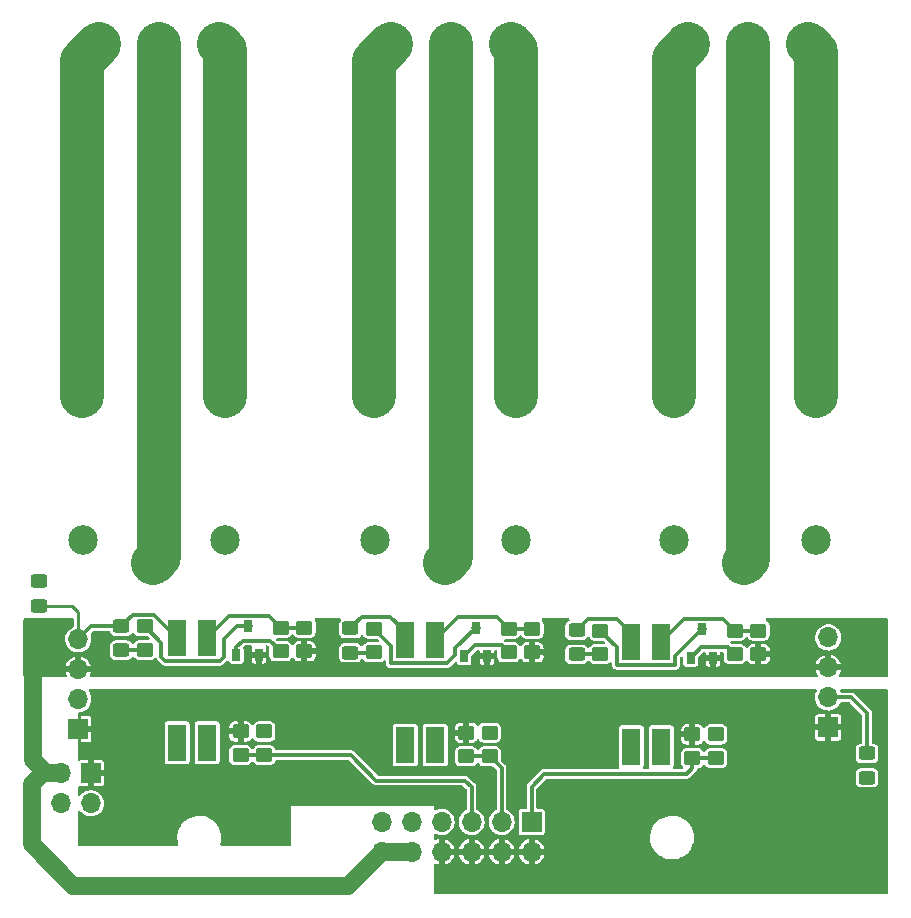
<source format=gtl>
G04 #@! TF.GenerationSoftware,KiCad,Pcbnew,(6.0.6)*
G04 #@! TF.CreationDate,2022-08-27T11:47:15+02:00*
G04 #@! TF.ProjectId,relay-pc-module,72656c61-792d-4706-932d-6d6f64756c65,rev?*
G04 #@! TF.SameCoordinates,Original*
G04 #@! TF.FileFunction,Copper,L1,Top*
G04 #@! TF.FilePolarity,Positive*
%FSLAX46Y46*%
G04 Gerber Fmt 4.6, Leading zero omitted, Abs format (unit mm)*
G04 Created by KiCad (PCBNEW (6.0.6)) date 2022-08-27 11:47:15*
%MOMM*%
%LPD*%
G01*
G04 APERTURE LIST*
G04 Aperture macros list*
%AMRoundRect*
0 Rectangle with rounded corners*
0 $1 Rounding radius*
0 $2 $3 $4 $5 $6 $7 $8 $9 X,Y pos of 4 corners*
0 Add a 4 corners polygon primitive as box body*
4,1,4,$2,$3,$4,$5,$6,$7,$8,$9,$2,$3,0*
0 Add four circle primitives for the rounded corners*
1,1,$1+$1,$2,$3*
1,1,$1+$1,$4,$5*
1,1,$1+$1,$6,$7*
1,1,$1+$1,$8,$9*
0 Add four rect primitives between the rounded corners*
20,1,$1+$1,$2,$3,$4,$5,0*
20,1,$1+$1,$4,$5,$6,$7,0*
20,1,$1+$1,$6,$7,$8,$9,0*
20,1,$1+$1,$8,$9,$2,$3,0*%
G04 Aperture macros list end*
G04 #@! TA.AperFunction,SMDPad,CuDef*
%ADD10RoundRect,0.250000X0.450000X-0.350000X0.450000X0.350000X-0.450000X0.350000X-0.450000X-0.350000X0*%
G04 #@! TD*
G04 #@! TA.AperFunction,SMDPad,CuDef*
%ADD11RoundRect,0.250000X-0.450000X0.350000X-0.450000X-0.350000X0.450000X-0.350000X0.450000X0.350000X0*%
G04 #@! TD*
G04 #@! TA.AperFunction,ComponentPad*
%ADD12R,2.600000X2.600000*%
G04 #@! TD*
G04 #@! TA.AperFunction,ComponentPad*
%ADD13C,2.600000*%
G04 #@! TD*
G04 #@! TA.AperFunction,SMDPad,CuDef*
%ADD14RoundRect,0.250000X0.450000X-0.325000X0.450000X0.325000X-0.450000X0.325000X-0.450000X-0.325000X0*%
G04 #@! TD*
G04 #@! TA.AperFunction,ComponentPad*
%ADD15C,3.000000*%
G04 #@! TD*
G04 #@! TA.AperFunction,ComponentPad*
%ADD16C,2.500000*%
G04 #@! TD*
G04 #@! TA.AperFunction,ComponentPad*
%ADD17R,1.700000X1.700000*%
G04 #@! TD*
G04 #@! TA.AperFunction,ComponentPad*
%ADD18O,1.700000X1.700000*%
G04 #@! TD*
G04 #@! TA.AperFunction,ComponentPad*
%ADD19C,2.400000*%
G04 #@! TD*
G04 #@! TA.AperFunction,ComponentPad*
%ADD20O,2.400000X2.400000*%
G04 #@! TD*
G04 #@! TA.AperFunction,SMDPad,CuDef*
%ADD21R,1.600000X3.100000*%
G04 #@! TD*
G04 #@! TA.AperFunction,SMDPad,CuDef*
%ADD22R,0.700000X1.000000*%
G04 #@! TD*
G04 #@! TA.AperFunction,SMDPad,CuDef*
%ADD23RoundRect,0.250000X-0.450000X0.325000X-0.450000X-0.325000X0.450000X-0.325000X0.450000X0.325000X0*%
G04 #@! TD*
G04 #@! TA.AperFunction,ViaPad*
%ADD24C,0.800000*%
G04 #@! TD*
G04 #@! TA.AperFunction,Conductor*
%ADD25C,0.300000*%
G04 #@! TD*
G04 #@! TA.AperFunction,Conductor*
%ADD26C,0.254000*%
G04 #@! TD*
G04 #@! TA.AperFunction,Conductor*
%ADD27C,1.500000*%
G04 #@! TD*
G04 #@! TA.AperFunction,Conductor*
%ADD28C,3.750000*%
G04 #@! TD*
G04 APERTURE END LIST*
D10*
X45200000Y-85500000D03*
X45200000Y-83500000D03*
D11*
X85050000Y-74950000D03*
X85050000Y-76950000D03*
D12*
X41385000Y-25295000D03*
D13*
X36305000Y-25295000D03*
X31225000Y-25295000D03*
D14*
X33100000Y-76625000D03*
X33100000Y-74575000D03*
D15*
X35800000Y-69256800D03*
D16*
X41850000Y-67306800D03*
D15*
X41850000Y-55106800D03*
X29800000Y-55056800D03*
D16*
X29850000Y-67306800D03*
D17*
X92964000Y-83159600D03*
D18*
X92964000Y-80619600D03*
X92964000Y-78079600D03*
X92964000Y-75539600D03*
D19*
X41600000Y-40900000D03*
D20*
X36520000Y-40900000D03*
D19*
X91500000Y-34400000D03*
D20*
X86420000Y-34400000D03*
D14*
X71650000Y-76975000D03*
X71650000Y-74925000D03*
D17*
X30535800Y-87040800D03*
D18*
X30535800Y-89580800D03*
X27995800Y-87040800D03*
X27995800Y-89580800D03*
D11*
X73650000Y-74950000D03*
X73650000Y-76950000D03*
D19*
X41600000Y-47400000D03*
D20*
X36520000Y-47400000D03*
D21*
X76280000Y-84795000D03*
X78820000Y-84795000D03*
X78820000Y-75905000D03*
X76280000Y-75905000D03*
D19*
X66200000Y-34400000D03*
D20*
X61120000Y-34400000D03*
D15*
X60502800Y-69256800D03*
D16*
X66552800Y-67306800D03*
D15*
X66552800Y-55106800D03*
X54502800Y-55056800D03*
D16*
X54552800Y-67306800D03*
D21*
X37830000Y-84445000D03*
X40370000Y-84445000D03*
X40370000Y-75555000D03*
X37830000Y-75555000D03*
D19*
X41600000Y-34400000D03*
D20*
X36520000Y-34400000D03*
D11*
X54500000Y-74800000D03*
X54500000Y-76800000D03*
D10*
X67900000Y-76800000D03*
X67900000Y-74800000D03*
D11*
X43200000Y-83500000D03*
X43200000Y-85500000D03*
D22*
X62150000Y-77100000D03*
X64050000Y-77100000D03*
X63100000Y-74700000D03*
D12*
X66085000Y-25295000D03*
D13*
X61005000Y-25295000D03*
X55925000Y-25295000D03*
D11*
X46600000Y-74700000D03*
X46600000Y-76700000D03*
D23*
X26100000Y-70800000D03*
X26100000Y-72850000D03*
D11*
X62300000Y-83600000D03*
X62300000Y-85600000D03*
D15*
X85860800Y-69256800D03*
D16*
X91910800Y-67306800D03*
D15*
X91910800Y-55106800D03*
X79860800Y-55056800D03*
D16*
X79910800Y-67306800D03*
D19*
X66200000Y-40900000D03*
D20*
X61120000Y-40900000D03*
D10*
X83450000Y-85750000D03*
X83450000Y-83750000D03*
D12*
X91280000Y-25300000D03*
D13*
X86200000Y-25300000D03*
X81120000Y-25300000D03*
D17*
X29464000Y-83312000D03*
D18*
X29464000Y-80772000D03*
X29464000Y-78232000D03*
X29464000Y-75692000D03*
D10*
X87050000Y-76950000D03*
X87050000Y-74950000D03*
D21*
X57130000Y-84645000D03*
X59670000Y-84645000D03*
X59670000Y-75755000D03*
X57130000Y-75755000D03*
D22*
X42850000Y-77000000D03*
X44750000Y-77000000D03*
X43800000Y-74600000D03*
D14*
X52500000Y-76825000D03*
X52500000Y-74775000D03*
D17*
X67843400Y-91160600D03*
D18*
X67843400Y-93700600D03*
X65303400Y-91160600D03*
X65303400Y-93700600D03*
X62763400Y-91160600D03*
X62763400Y-93700600D03*
X60223400Y-91160600D03*
X60223400Y-93700600D03*
X57683400Y-91160600D03*
X57683400Y-93700600D03*
X55143400Y-91160600D03*
X55143400Y-93700600D03*
D19*
X66200000Y-47400000D03*
D20*
X61120000Y-47400000D03*
D22*
X81300000Y-77250000D03*
X83200000Y-77250000D03*
X82250000Y-74850000D03*
D19*
X91500000Y-47400000D03*
D20*
X86420000Y-47400000D03*
D11*
X81450000Y-83750000D03*
X81450000Y-85750000D03*
D19*
X91500000Y-40900000D03*
D20*
X86420000Y-40900000D03*
D11*
X35100000Y-74600000D03*
X35100000Y-76600000D03*
D10*
X48600000Y-76700000D03*
X48600000Y-74700000D03*
X64300000Y-85600000D03*
X64300000Y-83600000D03*
D11*
X65900000Y-74800000D03*
X65900000Y-76800000D03*
D14*
X96240600Y-87410400D03*
X96240600Y-85360400D03*
D24*
X52500000Y-74775000D03*
X71650000Y-74925000D03*
X43800000Y-74600000D03*
X63100000Y-74700000D03*
X82250000Y-74850000D03*
X26100000Y-74500000D03*
X66100000Y-83100000D03*
X83500000Y-87200000D03*
X46228000Y-91440000D03*
X45200000Y-87100000D03*
X34925000Y-91567000D03*
X57200000Y-84600000D03*
X37800000Y-84400000D03*
X76300000Y-84800000D03*
X45200000Y-83600000D03*
X64300000Y-83600000D03*
X83450000Y-83700000D03*
X40400000Y-85000000D03*
X59700000Y-85200000D03*
X78850000Y-85350000D03*
X26100000Y-70750000D03*
X96240600Y-87401400D03*
D25*
X33100000Y-76625000D02*
X35075000Y-76625000D01*
X35075000Y-76625000D02*
X35100000Y-76600000D01*
X30581000Y-74575000D02*
X29464000Y-75692000D01*
X37830000Y-75555000D02*
X35871000Y-73596000D01*
X35871000Y-73596000D02*
X34079000Y-73596000D01*
X52500000Y-74775000D02*
X53479000Y-73796000D01*
X55896000Y-73796000D02*
X57130000Y-75030000D01*
X53479000Y-73796000D02*
X55896000Y-73796000D01*
X75071000Y-73946000D02*
X72629000Y-73946000D01*
D26*
X28900000Y-72850000D02*
X29464000Y-73414000D01*
D25*
X72629000Y-73946000D02*
X71650000Y-74925000D01*
D26*
X29464000Y-73414000D02*
X29464000Y-75692000D01*
D25*
X76280000Y-75155000D02*
X75071000Y-73946000D01*
X76280000Y-75905000D02*
X76280000Y-75155000D01*
X33100000Y-74575000D02*
X30581000Y-74575000D01*
X57130000Y-75030000D02*
X57130000Y-75755000D01*
X34079000Y-73596000D02*
X33100000Y-74575000D01*
D26*
X26100000Y-72850000D02*
X28900000Y-72850000D01*
D25*
X36500000Y-76000000D02*
X35100000Y-74600000D01*
X41800000Y-77200000D02*
X41491000Y-77509000D01*
X42900000Y-74600000D02*
X41800000Y-75700000D01*
X41800000Y-75700000D02*
X41800000Y-77200000D01*
X36835000Y-77509000D02*
X36500000Y-77174000D01*
X41491000Y-77509000D02*
X36835000Y-77509000D01*
X36500000Y-77174000D02*
X36500000Y-76000000D01*
X43800000Y-74600000D02*
X42900000Y-74600000D01*
X54475000Y-76825000D02*
X54500000Y-76800000D01*
X52500000Y-76825000D02*
X54475000Y-76825000D01*
X61396000Y-77000000D02*
X61396000Y-76404000D01*
X54500000Y-74800000D02*
X55926000Y-76226000D01*
X61396000Y-76404000D02*
X63100000Y-74700000D01*
X60687000Y-77709000D02*
X61396000Y-77000000D01*
X55926000Y-76226000D02*
X55926000Y-77709000D01*
X55926000Y-77709000D02*
X60687000Y-77709000D01*
X71675000Y-76950000D02*
X71650000Y-76975000D01*
X73650000Y-76950000D02*
X71675000Y-76950000D01*
X80024000Y-77859000D02*
X80024000Y-77076000D01*
X75076000Y-77859000D02*
X80024000Y-77859000D01*
X73650000Y-74950000D02*
X75076000Y-76376000D01*
X75076000Y-76376000D02*
X75076000Y-77859000D01*
X80024000Y-77076000D02*
X82250000Y-74850000D01*
D27*
X25603200Y-85902800D02*
X25603200Y-79527400D01*
X25577800Y-87934800D02*
X26471800Y-87040800D01*
X25577800Y-93065600D02*
X25577800Y-87934800D01*
X57683400Y-93700600D02*
X55143400Y-93700600D01*
X27995800Y-87040800D02*
X26741200Y-87040800D01*
X29052200Y-96540000D02*
X25577800Y-93065600D01*
X55143400Y-93700600D02*
X52304000Y-96540000D01*
X25603200Y-79527400D02*
X25603200Y-78486000D01*
X52304000Y-96540000D02*
X29052200Y-96540000D01*
X26471800Y-87040800D02*
X27995800Y-87040800D01*
X26741200Y-87040800D02*
X25603200Y-85902800D01*
X25603200Y-78486000D02*
X26365200Y-77724000D01*
D25*
X94919800Y-80619600D02*
X92964000Y-80619600D01*
X96240600Y-85360400D02*
X96240600Y-81940400D01*
X96240600Y-81940400D02*
X94919800Y-80619600D01*
X67843400Y-88163400D02*
X68910200Y-87096600D01*
X81450000Y-85750000D02*
X83450000Y-85750000D01*
X68910200Y-87096600D02*
X80975200Y-87096600D01*
X80975200Y-87096600D02*
X81450000Y-86621800D01*
X81450000Y-86621800D02*
X81450000Y-85750000D01*
X67843400Y-91160600D02*
X67843400Y-88163400D01*
X65303400Y-86603400D02*
X65303400Y-91160600D01*
X62300000Y-85600000D02*
X64300000Y-85600000D01*
X64300000Y-85600000D02*
X65303400Y-86603400D01*
X62204600Y-87655400D02*
X62763400Y-88214200D01*
X45200000Y-85500000D02*
X52556200Y-85500000D01*
X62763400Y-88214200D02*
X62763400Y-91160600D01*
X52556200Y-85500000D02*
X54711600Y-87655400D01*
X43200000Y-85500000D02*
X45200000Y-85500000D01*
X54711600Y-87655400D02*
X62204600Y-87655400D01*
D28*
X29800000Y-26720000D02*
X31225000Y-25295000D01*
X29800000Y-55056800D02*
X29800000Y-26720000D01*
X36305000Y-25295000D02*
X36305000Y-68751800D01*
X36305000Y-68751800D02*
X35800000Y-69256800D01*
X41850000Y-55106800D02*
X41850000Y-25760000D01*
X41850000Y-25760000D02*
X41385000Y-25295000D01*
X54502800Y-55056800D02*
X54502800Y-26717200D01*
X54502800Y-26717200D02*
X55925000Y-25295000D01*
X61005000Y-25295000D02*
X61005000Y-68754600D01*
X61005000Y-68754600D02*
X60502800Y-69256800D01*
X66552800Y-25762800D02*
X66085000Y-25295000D01*
X66552800Y-55106800D02*
X66552800Y-25762800D01*
X79860800Y-55056800D02*
X79860800Y-26559200D01*
X79860800Y-26559200D02*
X81120000Y-25300000D01*
X86200000Y-68917600D02*
X85860800Y-69256800D01*
X86200000Y-25300000D02*
X86200000Y-68917600D01*
X91910800Y-55106800D02*
X91910800Y-25930800D01*
X91910800Y-25930800D02*
X91280000Y-25300000D01*
D25*
X45700000Y-75800000D02*
X46600000Y-76700000D01*
X43400000Y-75800000D02*
X45700000Y-75800000D01*
X43400000Y-75800000D02*
X42850000Y-76350000D01*
X42850000Y-76350000D02*
X42850000Y-77000000D01*
X62150000Y-77100000D02*
X63054000Y-76196000D01*
X65296000Y-76196000D02*
X65900000Y-76800000D01*
X63054000Y-76196000D02*
X65296000Y-76196000D01*
X85050000Y-76950000D02*
X84446000Y-76346000D01*
X82204000Y-76346000D02*
X81300000Y-77250000D01*
X84446000Y-76346000D02*
X82204000Y-76346000D01*
X45596000Y-73696000D02*
X42229000Y-73696000D01*
X46600000Y-74700000D02*
X45596000Y-73696000D01*
X48600000Y-74700000D02*
X46600000Y-74700000D01*
X42229000Y-73696000D02*
X40370000Y-75555000D01*
X61629000Y-73796000D02*
X64896000Y-73796000D01*
X65900000Y-74800000D02*
X67900000Y-74800000D01*
X64896000Y-73796000D02*
X65900000Y-74800000D01*
X59670000Y-75755000D02*
X61629000Y-73796000D01*
X84046000Y-73946000D02*
X80779000Y-73946000D01*
X87050000Y-74950000D02*
X85050000Y-74950000D01*
X80779000Y-73946000D02*
X78820000Y-75905000D01*
X85050000Y-74950000D02*
X84046000Y-73946000D01*
G04 #@! TA.AperFunction,Conductor*
G36*
X29024621Y-73920002D02*
G01*
X29071114Y-73973658D01*
X29082500Y-74026000D01*
X29082500Y-74567577D01*
X29062498Y-74635698D01*
X29008842Y-74682191D01*
X29000112Y-74685789D01*
X28986463Y-74690824D01*
X28812010Y-74794612D01*
X28807670Y-74798418D01*
X28807666Y-74798421D01*
X28725316Y-74870641D01*
X28659392Y-74928455D01*
X28533720Y-75087869D01*
X28531031Y-75092980D01*
X28531029Y-75092983D01*
X28496060Y-75159448D01*
X28439203Y-75267515D01*
X28379007Y-75461378D01*
X28355148Y-75662964D01*
X28368424Y-75865522D01*
X28369845Y-75871118D01*
X28369846Y-75871123D01*
X28412100Y-76037495D01*
X28418392Y-76062269D01*
X28420809Y-76067512D01*
X28485718Y-76208311D01*
X28503377Y-76246616D01*
X28512828Y-76259989D01*
X28610083Y-76397602D01*
X28620533Y-76412389D01*
X28624675Y-76416424D01*
X28666770Y-76457431D01*
X28765938Y-76554035D01*
X28770742Y-76557245D01*
X28826561Y-76594542D01*
X28934720Y-76666812D01*
X28940023Y-76669090D01*
X28940026Y-76669092D01*
X29112341Y-76743124D01*
X29121228Y-76746942D01*
X29149676Y-76753379D01*
X29313579Y-76790467D01*
X29313584Y-76790468D01*
X29319216Y-76791742D01*
X29324987Y-76791969D01*
X29324989Y-76791969D01*
X29384756Y-76794317D01*
X29522053Y-76799712D01*
X29622499Y-76785148D01*
X29717231Y-76771413D01*
X29717236Y-76771412D01*
X29722945Y-76770584D01*
X29728409Y-76768729D01*
X29728414Y-76768728D01*
X29909693Y-76707192D01*
X29909698Y-76707190D01*
X29915165Y-76705334D01*
X30092276Y-76606147D01*
X30101054Y-76598847D01*
X30243913Y-76480031D01*
X30248345Y-76476345D01*
X30300497Y-76413640D01*
X30374453Y-76324718D01*
X30374455Y-76324715D01*
X30378147Y-76320276D01*
X30466321Y-76162831D01*
X30474510Y-76148208D01*
X30474511Y-76148206D01*
X30477334Y-76143165D01*
X30479190Y-76137698D01*
X30479192Y-76137693D01*
X30540728Y-75956414D01*
X30540729Y-75956409D01*
X30542584Y-75950945D01*
X30543412Y-75945236D01*
X30543413Y-75945231D01*
X30563771Y-75804821D01*
X30571712Y-75750053D01*
X30573232Y-75692000D01*
X30560363Y-75551946D01*
X30555187Y-75495613D01*
X30555186Y-75495610D01*
X30554658Y-75489859D01*
X30550661Y-75475685D01*
X30532249Y-75410404D01*
X30505085Y-75314088D01*
X30505845Y-75243096D01*
X30537258Y-75190792D01*
X30711644Y-75016405D01*
X30773956Y-74982380D01*
X30800740Y-74979500D01*
X32053647Y-74979500D01*
X32121768Y-74999502D01*
X32168261Y-75053158D01*
X32171629Y-75061271D01*
X32175858Y-75072551D01*
X32202929Y-75144764D01*
X32208309Y-75151943D01*
X32208311Y-75151946D01*
X32263265Y-75225270D01*
X32289596Y-75260404D01*
X32296776Y-75265785D01*
X32398054Y-75341689D01*
X32398057Y-75341691D01*
X32405236Y-75347071D01*
X32481066Y-75375498D01*
X32533157Y-75395026D01*
X32533159Y-75395026D01*
X32540552Y-75397798D01*
X32548402Y-75398651D01*
X32548403Y-75398651D01*
X32576175Y-75401668D01*
X32602244Y-75404500D01*
X33597756Y-75404500D01*
X33623825Y-75401668D01*
X33651597Y-75398651D01*
X33651598Y-75398651D01*
X33659448Y-75397798D01*
X33666841Y-75395026D01*
X33666843Y-75395026D01*
X33718934Y-75375498D01*
X33794764Y-75347071D01*
X33801943Y-75341691D01*
X33801946Y-75341689D01*
X33903224Y-75265785D01*
X33910404Y-75260404D01*
X33983775Y-75162505D01*
X34040634Y-75119990D01*
X34111452Y-75114964D01*
X34173746Y-75149024D01*
X34193423Y-75179604D01*
X34195467Y-75178485D01*
X34199779Y-75186362D01*
X34202929Y-75194764D01*
X34208309Y-75201943D01*
X34208311Y-75201946D01*
X34261226Y-75272550D01*
X34289596Y-75310404D01*
X34296776Y-75315785D01*
X34398054Y-75391689D01*
X34398057Y-75391691D01*
X34405236Y-75397071D01*
X34473202Y-75422550D01*
X34533157Y-75445026D01*
X34533159Y-75445026D01*
X34540552Y-75447798D01*
X34548402Y-75448651D01*
X34548403Y-75448651D01*
X34590498Y-75453224D01*
X34602244Y-75454500D01*
X35330260Y-75454500D01*
X35398381Y-75474502D01*
X35419355Y-75491405D01*
X35458355Y-75530405D01*
X35492381Y-75592717D01*
X35487316Y-75663532D01*
X35444769Y-75720368D01*
X35378249Y-75745179D01*
X35369260Y-75745500D01*
X34602244Y-75745500D01*
X34598848Y-75745869D01*
X34598847Y-75745869D01*
X34548403Y-75751349D01*
X34548402Y-75751349D01*
X34540552Y-75752202D01*
X34533159Y-75754974D01*
X34533157Y-75754974D01*
X34509414Y-75763875D01*
X34405236Y-75802929D01*
X34398057Y-75808309D01*
X34398054Y-75808311D01*
X34329689Y-75859548D01*
X34289596Y-75889596D01*
X34278317Y-75904645D01*
X34208311Y-75998054D01*
X34208309Y-75998057D01*
X34202929Y-76005236D01*
X34199779Y-76013638D01*
X34195467Y-76021515D01*
X34192336Y-76019801D01*
X34159943Y-76062923D01*
X34093382Y-76087624D01*
X34024033Y-76072418D01*
X33983775Y-76037495D01*
X33919581Y-75951841D01*
X33910404Y-75939596D01*
X33870739Y-75909869D01*
X33801946Y-75858311D01*
X33801943Y-75858309D01*
X33794764Y-75852929D01*
X33673002Y-75807283D01*
X33666843Y-75804974D01*
X33666841Y-75804974D01*
X33659448Y-75802202D01*
X33651598Y-75801349D01*
X33651597Y-75801349D01*
X33601153Y-75795869D01*
X33601152Y-75795869D01*
X33597756Y-75795500D01*
X32602244Y-75795500D01*
X32598848Y-75795869D01*
X32598847Y-75795869D01*
X32548403Y-75801349D01*
X32548402Y-75801349D01*
X32540552Y-75802202D01*
X32533159Y-75804974D01*
X32533157Y-75804974D01*
X32526998Y-75807283D01*
X32405236Y-75852929D01*
X32398057Y-75858309D01*
X32398054Y-75858311D01*
X32329261Y-75909869D01*
X32289596Y-75939596D01*
X32280419Y-75951841D01*
X32208311Y-76048054D01*
X32208309Y-76048057D01*
X32202929Y-76055236D01*
X32183362Y-76107432D01*
X32159038Y-76172318D01*
X32152202Y-76190552D01*
X32151349Y-76198402D01*
X32151349Y-76198403D01*
X32146321Y-76244688D01*
X32145500Y-76252244D01*
X32145500Y-76997756D01*
X32145869Y-77001152D01*
X32145869Y-77001153D01*
X32150809Y-77046621D01*
X32152202Y-77059448D01*
X32154974Y-77066841D01*
X32154974Y-77066843D01*
X32164823Y-77093114D01*
X32202929Y-77194764D01*
X32208309Y-77201943D01*
X32208311Y-77201946D01*
X32256868Y-77266735D01*
X32289596Y-77310404D01*
X32296776Y-77315785D01*
X32398054Y-77391689D01*
X32398057Y-77391691D01*
X32405236Y-77397071D01*
X32471036Y-77421738D01*
X32533157Y-77445026D01*
X32533159Y-77445026D01*
X32540552Y-77447798D01*
X32548402Y-77448651D01*
X32548403Y-77448651D01*
X32598847Y-77454131D01*
X32602244Y-77454500D01*
X33597756Y-77454500D01*
X33601153Y-77454131D01*
X33651597Y-77448651D01*
X33651598Y-77448651D01*
X33659448Y-77447798D01*
X33666841Y-77445026D01*
X33666843Y-77445026D01*
X33728964Y-77421738D01*
X33794764Y-77397071D01*
X33801943Y-77391691D01*
X33801946Y-77391689D01*
X33903224Y-77315785D01*
X33910404Y-77310404D01*
X33997071Y-77194764D01*
X33999154Y-77196325D01*
X34039740Y-77155832D01*
X34109131Y-77140819D01*
X34175623Y-77165705D01*
X34201640Y-77195730D01*
X34202929Y-77194764D01*
X34289596Y-77310404D01*
X34296776Y-77315785D01*
X34398054Y-77391689D01*
X34398057Y-77391691D01*
X34405236Y-77397071D01*
X34471036Y-77421738D01*
X34533157Y-77445026D01*
X34533159Y-77445026D01*
X34540552Y-77447798D01*
X34548402Y-77448651D01*
X34548403Y-77448651D01*
X34598847Y-77454131D01*
X34602244Y-77454500D01*
X35597756Y-77454500D01*
X35601153Y-77454131D01*
X35651597Y-77448651D01*
X35651598Y-77448651D01*
X35659448Y-77447798D01*
X35666841Y-77445026D01*
X35666843Y-77445026D01*
X35728964Y-77421738D01*
X35794764Y-77397071D01*
X35801943Y-77391691D01*
X35801946Y-77391689D01*
X35903224Y-77315785D01*
X35910404Y-77310404D01*
X35915785Y-77303224D01*
X35922016Y-77296993D01*
X35984328Y-77262967D01*
X36055143Y-77268032D01*
X36111979Y-77310579D01*
X36130945Y-77347155D01*
X36135095Y-77359929D01*
X36140925Y-77367953D01*
X36148216Y-77377989D01*
X36158545Y-77394844D01*
X36168674Y-77414723D01*
X36191452Y-77437501D01*
X36191465Y-77437515D01*
X36503674Y-77749723D01*
X36594277Y-77840326D01*
X36603108Y-77844826D01*
X36603110Y-77844827D01*
X36609088Y-77847873D01*
X36614158Y-77850456D01*
X36631017Y-77860787D01*
X36641050Y-77868077D01*
X36641052Y-77868078D01*
X36649072Y-77873905D01*
X36658501Y-77876969D01*
X36658506Y-77876971D01*
X36670300Y-77880803D01*
X36688568Y-77888370D01*
X36699607Y-77893995D01*
X36699609Y-77893996D01*
X36708445Y-77898498D01*
X36730313Y-77901961D01*
X36730487Y-77901989D01*
X36749713Y-77906605D01*
X36761500Y-77910435D01*
X36761502Y-77910435D01*
X36770934Y-77913500D01*
X41555066Y-77913500D01*
X41564498Y-77910435D01*
X41564500Y-77910435D01*
X41576287Y-77906605D01*
X41595513Y-77901989D01*
X41607762Y-77900049D01*
X41617555Y-77898498D01*
X41637439Y-77888366D01*
X41655705Y-77880801D01*
X41667496Y-77876970D01*
X41676929Y-77873905D01*
X41694989Y-77860784D01*
X41711846Y-77850454D01*
X41731723Y-77840326D01*
X41754511Y-77817538D01*
X41754515Y-77817535D01*
X42045879Y-77526171D01*
X42108191Y-77492145D01*
X42179006Y-77497210D01*
X42235842Y-77539757D01*
X42252047Y-77576099D01*
X42253097Y-77575664D01*
X42257844Y-77587126D01*
X42260266Y-77599301D01*
X42267161Y-77609620D01*
X42267162Y-77609622D01*
X42296815Y-77654000D01*
X42316516Y-77683484D01*
X42400699Y-77739734D01*
X42474933Y-77754500D01*
X42849939Y-77754500D01*
X43225066Y-77754499D01*
X43262412Y-77747071D01*
X43287126Y-77742156D01*
X43287128Y-77742155D01*
X43299301Y-77739734D01*
X43309621Y-77732839D01*
X43309622Y-77732838D01*
X43373168Y-77690377D01*
X43383484Y-77683484D01*
X43420171Y-77628578D01*
X43432839Y-77609620D01*
X43439734Y-77599301D01*
X43454500Y-77525067D01*
X43454500Y-77518828D01*
X44146001Y-77518828D01*
X44147209Y-77531088D01*
X44158315Y-77586931D01*
X44167633Y-77609427D01*
X44209983Y-77672808D01*
X44227192Y-77690017D01*
X44290575Y-77732368D01*
X44313066Y-77741684D01*
X44368915Y-77752793D01*
X44381170Y-77754000D01*
X44477885Y-77754000D01*
X44493124Y-77749525D01*
X44494329Y-77748135D01*
X44496000Y-77740452D01*
X44496000Y-77735884D01*
X45004000Y-77735884D01*
X45008475Y-77751123D01*
X45009865Y-77752328D01*
X45017548Y-77753999D01*
X45118828Y-77753999D01*
X45131088Y-77752791D01*
X45186931Y-77741685D01*
X45209427Y-77732367D01*
X45272808Y-77690017D01*
X45290017Y-77672808D01*
X45332368Y-77609425D01*
X45341684Y-77586934D01*
X45352793Y-77531085D01*
X45354000Y-77518830D01*
X45354000Y-77272115D01*
X45349525Y-77256876D01*
X45348135Y-77255671D01*
X45340452Y-77254000D01*
X45022115Y-77254000D01*
X45006876Y-77258475D01*
X45005671Y-77259865D01*
X45004000Y-77267548D01*
X45004000Y-77735884D01*
X44496000Y-77735884D01*
X44496000Y-77272115D01*
X44491525Y-77256876D01*
X44490135Y-77255671D01*
X44482452Y-77254000D01*
X44164116Y-77254000D01*
X44148877Y-77258475D01*
X44147672Y-77259865D01*
X44146001Y-77267548D01*
X44146001Y-77518828D01*
X43454500Y-77518828D01*
X43454499Y-76474934D01*
X43445141Y-76427885D01*
X43441527Y-76409712D01*
X43447856Y-76338998D01*
X43476011Y-76296038D01*
X43530644Y-76241405D01*
X43592956Y-76207379D01*
X43619739Y-76204500D01*
X44056234Y-76204500D01*
X44124355Y-76224502D01*
X44170848Y-76278158D01*
X44180952Y-76348432D01*
X44169631Y-76377971D01*
X44172381Y-76379110D01*
X44158316Y-76413066D01*
X44147207Y-76468915D01*
X44146000Y-76481170D01*
X44146000Y-76727885D01*
X44150475Y-76743124D01*
X44151865Y-76744329D01*
X44159548Y-76746000D01*
X45335884Y-76746000D01*
X45351123Y-76741525D01*
X45352328Y-76740135D01*
X45353999Y-76732452D01*
X45353999Y-76481172D01*
X45352791Y-76468912D01*
X45341685Y-76413069D01*
X45327618Y-76379108D01*
X45331765Y-76377390D01*
X45317786Y-76332765D01*
X45336560Y-76264296D01*
X45389371Y-76216846D01*
X45443766Y-76204500D01*
X45480260Y-76204500D01*
X45548381Y-76224502D01*
X45569355Y-76241405D01*
X45608595Y-76280645D01*
X45642621Y-76342957D01*
X45645500Y-76369740D01*
X45645500Y-77097756D01*
X45652202Y-77159448D01*
X45654974Y-77166841D01*
X45654974Y-77166843D01*
X45664272Y-77191645D01*
X45702929Y-77294764D01*
X45708309Y-77301943D01*
X45708311Y-77301946D01*
X45756096Y-77365705D01*
X45789596Y-77410404D01*
X45798188Y-77416843D01*
X45898054Y-77491689D01*
X45898057Y-77491691D01*
X45905236Y-77497071D01*
X45982861Y-77526171D01*
X46033157Y-77545026D01*
X46033159Y-77545026D01*
X46040552Y-77547798D01*
X46048402Y-77548651D01*
X46048403Y-77548651D01*
X46097632Y-77553999D01*
X46102244Y-77554500D01*
X47097756Y-77554500D01*
X47102368Y-77553999D01*
X47151597Y-77548651D01*
X47151598Y-77548651D01*
X47159448Y-77547798D01*
X47166841Y-77545026D01*
X47166843Y-77545026D01*
X47217139Y-77526171D01*
X47294764Y-77497071D01*
X47301943Y-77491691D01*
X47301946Y-77491689D01*
X47401812Y-77416843D01*
X47410404Y-77410404D01*
X47497071Y-77294764D01*
X47499018Y-77296223D01*
X47540028Y-77255306D01*
X47609419Y-77240293D01*
X47675911Y-77265180D01*
X47702137Y-77295448D01*
X47703372Y-77294522D01*
X47784572Y-77402867D01*
X47797133Y-77415428D01*
X47898296Y-77491246D01*
X47913882Y-77499778D01*
X48033265Y-77544533D01*
X48048510Y-77548158D01*
X48098892Y-77553631D01*
X48105706Y-77554000D01*
X48327885Y-77554000D01*
X48343124Y-77549525D01*
X48344329Y-77548135D01*
X48346000Y-77540452D01*
X48346000Y-77535884D01*
X48854000Y-77535884D01*
X48858475Y-77551123D01*
X48859865Y-77552328D01*
X48867548Y-77553999D01*
X49094292Y-77553999D01*
X49101110Y-77553630D01*
X49151482Y-77548159D01*
X49166741Y-77544530D01*
X49286118Y-77499778D01*
X49301704Y-77491246D01*
X49402867Y-77415428D01*
X49415428Y-77402867D01*
X49491246Y-77301704D01*
X49499778Y-77286118D01*
X49544533Y-77166735D01*
X49548158Y-77151490D01*
X49553631Y-77101108D01*
X49554000Y-77094294D01*
X49554000Y-76972115D01*
X49549525Y-76956876D01*
X49548135Y-76955671D01*
X49540452Y-76954000D01*
X48872115Y-76954000D01*
X48856876Y-76958475D01*
X48855671Y-76959865D01*
X48854000Y-76967548D01*
X48854000Y-77535884D01*
X48346000Y-77535884D01*
X48346000Y-76427885D01*
X48854000Y-76427885D01*
X48858475Y-76443124D01*
X48859865Y-76444329D01*
X48867548Y-76446000D01*
X49535884Y-76446000D01*
X49551123Y-76441525D01*
X49552328Y-76440135D01*
X49553999Y-76432452D01*
X49553999Y-76305708D01*
X49553630Y-76298890D01*
X49548159Y-76248518D01*
X49544530Y-76233259D01*
X49499778Y-76113882D01*
X49491246Y-76098296D01*
X49415428Y-75997133D01*
X49402867Y-75984572D01*
X49301704Y-75908754D01*
X49286118Y-75900222D01*
X49166735Y-75855467D01*
X49151490Y-75851842D01*
X49101108Y-75846369D01*
X49094294Y-75846000D01*
X48872115Y-75846000D01*
X48856876Y-75850475D01*
X48855671Y-75851865D01*
X48854000Y-75859548D01*
X48854000Y-76427885D01*
X48346000Y-76427885D01*
X48346000Y-75864116D01*
X48341525Y-75848877D01*
X48340135Y-75847672D01*
X48332452Y-75846001D01*
X48105708Y-75846001D01*
X48098890Y-75846370D01*
X48048518Y-75851841D01*
X48033259Y-75855470D01*
X47913882Y-75900222D01*
X47898296Y-75908754D01*
X47797133Y-75984572D01*
X47784572Y-75997133D01*
X47703372Y-76105478D01*
X47701361Y-76103971D01*
X47660558Y-76144688D01*
X47591168Y-76159708D01*
X47524674Y-76134828D01*
X47498259Y-76104346D01*
X47497071Y-76105236D01*
X47418368Y-76000222D01*
X47410404Y-75989596D01*
X47385770Y-75971134D01*
X47301946Y-75908311D01*
X47301943Y-75908309D01*
X47294764Y-75902929D01*
X47194980Y-75865522D01*
X47166843Y-75854974D01*
X47166841Y-75854974D01*
X47159448Y-75852202D01*
X47151598Y-75851349D01*
X47151597Y-75851349D01*
X47101153Y-75845869D01*
X47101152Y-75845869D01*
X47097756Y-75845500D01*
X46369740Y-75845500D01*
X46301619Y-75825498D01*
X46280645Y-75808595D01*
X46241645Y-75769595D01*
X46207619Y-75707283D01*
X46212684Y-75636468D01*
X46255231Y-75579632D01*
X46321751Y-75554821D01*
X46330740Y-75554500D01*
X47097756Y-75554500D01*
X47121266Y-75551946D01*
X47151597Y-75548651D01*
X47151598Y-75548651D01*
X47159448Y-75547798D01*
X47166841Y-75545026D01*
X47166843Y-75545026D01*
X47225149Y-75523168D01*
X47294764Y-75497071D01*
X47301943Y-75491691D01*
X47301946Y-75491689D01*
X47403224Y-75415785D01*
X47410404Y-75410404D01*
X47497071Y-75294764D01*
X47499154Y-75296325D01*
X47539740Y-75255832D01*
X47609131Y-75240819D01*
X47675623Y-75265705D01*
X47701640Y-75295730D01*
X47702929Y-75294764D01*
X47789596Y-75410404D01*
X47796776Y-75415785D01*
X47898054Y-75491689D01*
X47898057Y-75491691D01*
X47905236Y-75497071D01*
X47974851Y-75523168D01*
X48033157Y-75545026D01*
X48033159Y-75545026D01*
X48040552Y-75547798D01*
X48048402Y-75548651D01*
X48048403Y-75548651D01*
X48078734Y-75551946D01*
X48102244Y-75554500D01*
X49097756Y-75554500D01*
X49121266Y-75551946D01*
X49151597Y-75548651D01*
X49151598Y-75548651D01*
X49159448Y-75547798D01*
X49166841Y-75545026D01*
X49166843Y-75545026D01*
X49225149Y-75523168D01*
X49294764Y-75497071D01*
X49301943Y-75491691D01*
X49301946Y-75491689D01*
X49403224Y-75415785D01*
X49410404Y-75410404D01*
X49434326Y-75378485D01*
X49491689Y-75301946D01*
X49491691Y-75301943D01*
X49497071Y-75294764D01*
X49540242Y-75179604D01*
X49545026Y-75166843D01*
X49545027Y-75166840D01*
X49547798Y-75159448D01*
X49548931Y-75149024D01*
X49554131Y-75101153D01*
X49554131Y-75101152D01*
X49554500Y-75097756D01*
X49554500Y-74302244D01*
X49547798Y-74240552D01*
X49497071Y-74105236D01*
X49491688Y-74098053D01*
X49487377Y-74090179D01*
X49489608Y-74088957D01*
X49469472Y-74035053D01*
X49484528Y-73965671D01*
X49534704Y-73915443D01*
X49595146Y-73900000D01*
X51579800Y-73900000D01*
X51647921Y-73920002D01*
X51694414Y-73973658D01*
X51704518Y-74043932D01*
X51680626Y-74101564D01*
X51668404Y-74117872D01*
X51608311Y-74198054D01*
X51608309Y-74198057D01*
X51602929Y-74205236D01*
X51577092Y-74274158D01*
X51558458Y-74323865D01*
X51552202Y-74340552D01*
X51551349Y-74348402D01*
X51551349Y-74348403D01*
X51547846Y-74380645D01*
X51545500Y-74402244D01*
X51545500Y-75147756D01*
X51545869Y-75151152D01*
X51545869Y-75151153D01*
X51547574Y-75166843D01*
X51552202Y-75209448D01*
X51554974Y-75216841D01*
X51554974Y-75216843D01*
X51558057Y-75225067D01*
X51602929Y-75344764D01*
X51608309Y-75351943D01*
X51608311Y-75351946D01*
X51669420Y-75433483D01*
X51689596Y-75460404D01*
X51700631Y-75468674D01*
X51798054Y-75541689D01*
X51798057Y-75541691D01*
X51805236Y-75547071D01*
X51892094Y-75579632D01*
X51933157Y-75595026D01*
X51933159Y-75595026D01*
X51940552Y-75597798D01*
X51948402Y-75598651D01*
X51948403Y-75598651D01*
X51973036Y-75601327D01*
X52002244Y-75604500D01*
X52997756Y-75604500D01*
X53026964Y-75601327D01*
X53051597Y-75598651D01*
X53051598Y-75598651D01*
X53059448Y-75597798D01*
X53066841Y-75595026D01*
X53066843Y-75595026D01*
X53107906Y-75579632D01*
X53194764Y-75547071D01*
X53201943Y-75541691D01*
X53201946Y-75541689D01*
X53299369Y-75468674D01*
X53310404Y-75460404D01*
X53374360Y-75375067D01*
X53383775Y-75362505D01*
X53440634Y-75319990D01*
X53511452Y-75314964D01*
X53573746Y-75349024D01*
X53593423Y-75379604D01*
X53595467Y-75378485D01*
X53599779Y-75386362D01*
X53602929Y-75394764D01*
X53608309Y-75401943D01*
X53608311Y-75401946D01*
X53662689Y-75474502D01*
X53689596Y-75510404D01*
X53696776Y-75515785D01*
X53798054Y-75591689D01*
X53798057Y-75591691D01*
X53805236Y-75597071D01*
X53877014Y-75623979D01*
X53933157Y-75645026D01*
X53933159Y-75645026D01*
X53940552Y-75647798D01*
X53948402Y-75648651D01*
X53948403Y-75648651D01*
X53990498Y-75653224D01*
X54002244Y-75654500D01*
X54730259Y-75654500D01*
X54798380Y-75674502D01*
X54819354Y-75691405D01*
X54858354Y-75730405D01*
X54892380Y-75792717D01*
X54887315Y-75863532D01*
X54844768Y-75920368D01*
X54778248Y-75945179D01*
X54769259Y-75945500D01*
X54002244Y-75945500D01*
X53998848Y-75945869D01*
X53998847Y-75945869D01*
X53948403Y-75951349D01*
X53948402Y-75951349D01*
X53940552Y-75952202D01*
X53933159Y-75954974D01*
X53933157Y-75954974D01*
X53926998Y-75957283D01*
X53805236Y-76002929D01*
X53798057Y-76008309D01*
X53798054Y-76008311D01*
X53730961Y-76058595D01*
X53689596Y-76089596D01*
X53684215Y-76096776D01*
X53608311Y-76198054D01*
X53608309Y-76198057D01*
X53602929Y-76205236D01*
X53599779Y-76213638D01*
X53595467Y-76221515D01*
X53592336Y-76219801D01*
X53559943Y-76262923D01*
X53493382Y-76287624D01*
X53424033Y-76272418D01*
X53383775Y-76237495D01*
X53334928Y-76172318D01*
X53310404Y-76139596D01*
X53269949Y-76109277D01*
X53201946Y-76058311D01*
X53201943Y-76058309D01*
X53194764Y-76052929D01*
X53105046Y-76019296D01*
X53066843Y-76004974D01*
X53066841Y-76004974D01*
X53059448Y-76002202D01*
X53051598Y-76001349D01*
X53051597Y-76001349D01*
X53001153Y-75995869D01*
X53001152Y-75995869D01*
X52997756Y-75995500D01*
X52002244Y-75995500D01*
X51998848Y-75995869D01*
X51998847Y-75995869D01*
X51948403Y-76001349D01*
X51948402Y-76001349D01*
X51940552Y-76002202D01*
X51933159Y-76004974D01*
X51933157Y-76004974D01*
X51894954Y-76019296D01*
X51805236Y-76052929D01*
X51798057Y-76058309D01*
X51798054Y-76058311D01*
X51730051Y-76109277D01*
X51689596Y-76139596D01*
X51684215Y-76146776D01*
X51608311Y-76248054D01*
X51608309Y-76248057D01*
X51602929Y-76255236D01*
X51579569Y-76317550D01*
X51559339Y-76371515D01*
X51552202Y-76390552D01*
X51551349Y-76398402D01*
X51551349Y-76398403D01*
X51548740Y-76422418D01*
X51545500Y-76452244D01*
X51545500Y-77197756D01*
X51545869Y-77201152D01*
X51545869Y-77201153D01*
X51550809Y-77246621D01*
X51552202Y-77259448D01*
X51554974Y-77266841D01*
X51554974Y-77266843D01*
X51560184Y-77280740D01*
X51602929Y-77394764D01*
X51608309Y-77401943D01*
X51608311Y-77401946D01*
X51643315Y-77448651D01*
X51689596Y-77510404D01*
X51696776Y-77515785D01*
X51798054Y-77591689D01*
X51798057Y-77591691D01*
X51805236Y-77597071D01*
X51889282Y-77628578D01*
X51933157Y-77645026D01*
X51933159Y-77645026D01*
X51940552Y-77647798D01*
X51948402Y-77648651D01*
X51948403Y-77648651D01*
X51997632Y-77653999D01*
X52002244Y-77654500D01*
X52997756Y-77654500D01*
X53002368Y-77653999D01*
X53051597Y-77648651D01*
X53051598Y-77648651D01*
X53059448Y-77647798D01*
X53066841Y-77645026D01*
X53066843Y-77645026D01*
X53110718Y-77628578D01*
X53194764Y-77597071D01*
X53201943Y-77591691D01*
X53201946Y-77591689D01*
X53303224Y-77515785D01*
X53310404Y-77510404D01*
X53397071Y-77394764D01*
X53399154Y-77396325D01*
X53439740Y-77355832D01*
X53509131Y-77340819D01*
X53575623Y-77365705D01*
X53601640Y-77395730D01*
X53602929Y-77394764D01*
X53689596Y-77510404D01*
X53696776Y-77515785D01*
X53798054Y-77591689D01*
X53798057Y-77591691D01*
X53805236Y-77597071D01*
X53889282Y-77628578D01*
X53933157Y-77645026D01*
X53933159Y-77645026D01*
X53940552Y-77647798D01*
X53948402Y-77648651D01*
X53948403Y-77648651D01*
X53997632Y-77653999D01*
X54002244Y-77654500D01*
X54997756Y-77654500D01*
X55002368Y-77653999D01*
X55051597Y-77648651D01*
X55051598Y-77648651D01*
X55059448Y-77647798D01*
X55066841Y-77645026D01*
X55066843Y-77645026D01*
X55110718Y-77628578D01*
X55194764Y-77597071D01*
X55201943Y-77591691D01*
X55201946Y-77591689D01*
X55303224Y-77515785D01*
X55310404Y-77510404D01*
X55310413Y-77510416D01*
X55368717Y-77478578D01*
X55439532Y-77483643D01*
X55496368Y-77526190D01*
X55521179Y-77592710D01*
X55521500Y-77601699D01*
X55521500Y-77667248D01*
X55519949Y-77686958D01*
X55516458Y-77709000D01*
X55518009Y-77718793D01*
X55521500Y-77740834D01*
X55534661Y-77823929D01*
X55536502Y-77835555D01*
X55594674Y-77949723D01*
X55685277Y-78040326D01*
X55799445Y-78098498D01*
X55851446Y-78106734D01*
X55894166Y-78113500D01*
X55926000Y-78118542D01*
X55948042Y-78115051D01*
X55967752Y-78113500D01*
X60751066Y-78113500D01*
X60760498Y-78110435D01*
X60760500Y-78110435D01*
X60772287Y-78106605D01*
X60791513Y-78101989D01*
X60803762Y-78100049D01*
X60813555Y-78098498D01*
X60833439Y-78088366D01*
X60851705Y-78080801D01*
X60863496Y-78076970D01*
X60872929Y-78073905D01*
X60890989Y-78060784D01*
X60907846Y-78050454D01*
X60927723Y-78040326D01*
X60950501Y-78017548D01*
X60950516Y-78017534D01*
X61345215Y-77622835D01*
X61407527Y-77588810D01*
X61478342Y-77593874D01*
X61535178Y-77636421D01*
X61552743Y-77675810D01*
X61553097Y-77675664D01*
X61557844Y-77687126D01*
X61560266Y-77699301D01*
X61567161Y-77709620D01*
X61567162Y-77709622D01*
X61596815Y-77754000D01*
X61616516Y-77783484D01*
X61700699Y-77839734D01*
X61774933Y-77854500D01*
X62149939Y-77854500D01*
X62525066Y-77854499D01*
X62560818Y-77847388D01*
X62587126Y-77842156D01*
X62587128Y-77842155D01*
X62599301Y-77839734D01*
X62609621Y-77832839D01*
X62609622Y-77832838D01*
X62673168Y-77790377D01*
X62683484Y-77783484D01*
X62739734Y-77699301D01*
X62754500Y-77625067D01*
X62754500Y-77618828D01*
X63446001Y-77618828D01*
X63447209Y-77631088D01*
X63458315Y-77686931D01*
X63467633Y-77709427D01*
X63509983Y-77772808D01*
X63527192Y-77790017D01*
X63590575Y-77832368D01*
X63613066Y-77841684D01*
X63668915Y-77852793D01*
X63681170Y-77854000D01*
X63777885Y-77854000D01*
X63793124Y-77849525D01*
X63794329Y-77848135D01*
X63796000Y-77840452D01*
X63796000Y-77835884D01*
X64304000Y-77835884D01*
X64308475Y-77851123D01*
X64309865Y-77852328D01*
X64317548Y-77853999D01*
X64418828Y-77853999D01*
X64431088Y-77852791D01*
X64486931Y-77841685D01*
X64509427Y-77832367D01*
X64572808Y-77790017D01*
X64590017Y-77772808D01*
X64632368Y-77709425D01*
X64641684Y-77686934D01*
X64652793Y-77631085D01*
X64654000Y-77618830D01*
X64654000Y-77372115D01*
X64649525Y-77356876D01*
X64648135Y-77355671D01*
X64640452Y-77354000D01*
X64322115Y-77354000D01*
X64306876Y-77358475D01*
X64305671Y-77359865D01*
X64304000Y-77367548D01*
X64304000Y-77835884D01*
X63796000Y-77835884D01*
X63796000Y-77372115D01*
X63791525Y-77356876D01*
X63790135Y-77355671D01*
X63782452Y-77354000D01*
X63464116Y-77354000D01*
X63448877Y-77358475D01*
X63447672Y-77359865D01*
X63446001Y-77367548D01*
X63446001Y-77618828D01*
X62754500Y-77618828D01*
X62754499Y-77119741D01*
X62774501Y-77051620D01*
X62791404Y-77030646D01*
X63184645Y-76637405D01*
X63246957Y-76603379D01*
X63273740Y-76600500D01*
X63320000Y-76600500D01*
X63388121Y-76620502D01*
X63434614Y-76674158D01*
X63446000Y-76726500D01*
X63446000Y-76827885D01*
X63450475Y-76843124D01*
X63451865Y-76844329D01*
X63459548Y-76846000D01*
X64635884Y-76846000D01*
X64651123Y-76841525D01*
X64652328Y-76840135D01*
X64653999Y-76832452D01*
X64653999Y-76726500D01*
X64674001Y-76658379D01*
X64727657Y-76611886D01*
X64779999Y-76600500D01*
X64819500Y-76600500D01*
X64887621Y-76620502D01*
X64934114Y-76674158D01*
X64945500Y-76726500D01*
X64945500Y-77197756D01*
X64945869Y-77201152D01*
X64945869Y-77201153D01*
X64950809Y-77246621D01*
X64952202Y-77259448D01*
X64954974Y-77266841D01*
X64954974Y-77266843D01*
X64960184Y-77280740D01*
X65002929Y-77394764D01*
X65008309Y-77401943D01*
X65008311Y-77401946D01*
X65043315Y-77448651D01*
X65089596Y-77510404D01*
X65096776Y-77515785D01*
X65198054Y-77591689D01*
X65198057Y-77591691D01*
X65205236Y-77597071D01*
X65289282Y-77628578D01*
X65333157Y-77645026D01*
X65333159Y-77645026D01*
X65340552Y-77647798D01*
X65348402Y-77648651D01*
X65348403Y-77648651D01*
X65397632Y-77653999D01*
X65402244Y-77654500D01*
X66397756Y-77654500D01*
X66402368Y-77653999D01*
X66451597Y-77648651D01*
X66451598Y-77648651D01*
X66459448Y-77647798D01*
X66466841Y-77645026D01*
X66466843Y-77645026D01*
X66510718Y-77628578D01*
X66594764Y-77597071D01*
X66601943Y-77591691D01*
X66601946Y-77591689D01*
X66703224Y-77515785D01*
X66710404Y-77510404D01*
X66797071Y-77394764D01*
X66799018Y-77396223D01*
X66840028Y-77355306D01*
X66909419Y-77340293D01*
X66975911Y-77365180D01*
X67002137Y-77395448D01*
X67003372Y-77394522D01*
X67084572Y-77502867D01*
X67097133Y-77515428D01*
X67198296Y-77591246D01*
X67213882Y-77599778D01*
X67333265Y-77644533D01*
X67348510Y-77648158D01*
X67398892Y-77653631D01*
X67405706Y-77654000D01*
X67627885Y-77654000D01*
X67643124Y-77649525D01*
X67644329Y-77648135D01*
X67646000Y-77640452D01*
X67646000Y-77635884D01*
X68154000Y-77635884D01*
X68158475Y-77651123D01*
X68159865Y-77652328D01*
X68167548Y-77653999D01*
X68394292Y-77653999D01*
X68401110Y-77653630D01*
X68451482Y-77648159D01*
X68466741Y-77644530D01*
X68586118Y-77599778D01*
X68601704Y-77591246D01*
X68702867Y-77515428D01*
X68715428Y-77502867D01*
X68791246Y-77401704D01*
X68799778Y-77386118D01*
X68844533Y-77266735D01*
X68848158Y-77251490D01*
X68853631Y-77201108D01*
X68854000Y-77194294D01*
X68854000Y-77072115D01*
X68849525Y-77056876D01*
X68848135Y-77055671D01*
X68840452Y-77054000D01*
X68172115Y-77054000D01*
X68156876Y-77058475D01*
X68155671Y-77059865D01*
X68154000Y-77067548D01*
X68154000Y-77635884D01*
X67646000Y-77635884D01*
X67646000Y-76527885D01*
X68154000Y-76527885D01*
X68158475Y-76543124D01*
X68159865Y-76544329D01*
X68167548Y-76546000D01*
X68835884Y-76546000D01*
X68851123Y-76541525D01*
X68852328Y-76540135D01*
X68853999Y-76532452D01*
X68853999Y-76405708D01*
X68853630Y-76398890D01*
X68848159Y-76348518D01*
X68844530Y-76333259D01*
X68799778Y-76213882D01*
X68791246Y-76198296D01*
X68715428Y-76097133D01*
X68702867Y-76084572D01*
X68601704Y-76008754D01*
X68586118Y-76000222D01*
X68466735Y-75955467D01*
X68451490Y-75951842D01*
X68401108Y-75946369D01*
X68394294Y-75946000D01*
X68172115Y-75946000D01*
X68156876Y-75950475D01*
X68155671Y-75951865D01*
X68154000Y-75959548D01*
X68154000Y-76527885D01*
X67646000Y-76527885D01*
X67646000Y-75964116D01*
X67641525Y-75948877D01*
X67640135Y-75947672D01*
X67632452Y-75946001D01*
X67405708Y-75946001D01*
X67398890Y-75946370D01*
X67348518Y-75951841D01*
X67333259Y-75955470D01*
X67213882Y-76000222D01*
X67198296Y-76008754D01*
X67097133Y-76084572D01*
X67084572Y-76097133D01*
X67003372Y-76205478D01*
X67001361Y-76203971D01*
X66960558Y-76244688D01*
X66891168Y-76259708D01*
X66824674Y-76234828D01*
X66798259Y-76204346D01*
X66797071Y-76205236D01*
X66753258Y-76146776D01*
X66710404Y-76089596D01*
X66669039Y-76058595D01*
X66601946Y-76008311D01*
X66601943Y-76008309D01*
X66594764Y-76002929D01*
X66473002Y-75957283D01*
X66466843Y-75954974D01*
X66466841Y-75954974D01*
X66459448Y-75952202D01*
X66451598Y-75951349D01*
X66451597Y-75951349D01*
X66401153Y-75945869D01*
X66401152Y-75945869D01*
X66397756Y-75945500D01*
X65669740Y-75945500D01*
X65601619Y-75925498D01*
X65580645Y-75908595D01*
X65559515Y-75887465D01*
X65559511Y-75887462D01*
X65541644Y-75869595D01*
X65507618Y-75807283D01*
X65512683Y-75736468D01*
X65555230Y-75679632D01*
X65621750Y-75654821D01*
X65630739Y-75654500D01*
X66397756Y-75654500D01*
X66409502Y-75653224D01*
X66451597Y-75648651D01*
X66451598Y-75648651D01*
X66459448Y-75647798D01*
X66466841Y-75645026D01*
X66466843Y-75645026D01*
X66522986Y-75623979D01*
X66594764Y-75597071D01*
X66601943Y-75591691D01*
X66601946Y-75591689D01*
X66703224Y-75515785D01*
X66710404Y-75510404D01*
X66797071Y-75394764D01*
X66799154Y-75396325D01*
X66839740Y-75355832D01*
X66909131Y-75340819D01*
X66975623Y-75365705D01*
X67001640Y-75395730D01*
X67002929Y-75394764D01*
X67089596Y-75510404D01*
X67096776Y-75515785D01*
X67198054Y-75591689D01*
X67198057Y-75591691D01*
X67205236Y-75597071D01*
X67277014Y-75623979D01*
X67333157Y-75645026D01*
X67333159Y-75645026D01*
X67340552Y-75647798D01*
X67348402Y-75648651D01*
X67348403Y-75648651D01*
X67390498Y-75653224D01*
X67402244Y-75654500D01*
X68397756Y-75654500D01*
X68409502Y-75653224D01*
X68451597Y-75648651D01*
X68451598Y-75648651D01*
X68459448Y-75647798D01*
X68466841Y-75645026D01*
X68466843Y-75645026D01*
X68522986Y-75623979D01*
X68594764Y-75597071D01*
X68601943Y-75591691D01*
X68601946Y-75591689D01*
X68703224Y-75515785D01*
X68710404Y-75510404D01*
X68737311Y-75474502D01*
X68791689Y-75401946D01*
X68791691Y-75401943D01*
X68797071Y-75394764D01*
X68830704Y-75305046D01*
X68845026Y-75266843D01*
X68845026Y-75266841D01*
X68847798Y-75259448D01*
X68849575Y-75243096D01*
X68854131Y-75201153D01*
X68854131Y-75201152D01*
X68854500Y-75197756D01*
X68854500Y-74402244D01*
X68852154Y-74380645D01*
X68848651Y-74348403D01*
X68848651Y-74348402D01*
X68847798Y-74340552D01*
X68841543Y-74323865D01*
X68822908Y-74274158D01*
X68797071Y-74205236D01*
X68791691Y-74198057D01*
X68791689Y-74198054D01*
X68731596Y-74117872D01*
X68719374Y-74101564D01*
X68694526Y-74035059D01*
X68709579Y-73965676D01*
X68759753Y-73915446D01*
X68820200Y-73900000D01*
X70934873Y-73900000D01*
X71002994Y-73920002D01*
X71049487Y-73973658D01*
X71059591Y-74043932D01*
X71030097Y-74108512D01*
X70979104Y-74143982D01*
X70955236Y-74152929D01*
X70948057Y-74158309D01*
X70948054Y-74158311D01*
X70874229Y-74213640D01*
X70839596Y-74239596D01*
X70834215Y-74246776D01*
X70758311Y-74348054D01*
X70758309Y-74348057D01*
X70752929Y-74355236D01*
X70723305Y-74434260D01*
X70709845Y-74470165D01*
X70702202Y-74490552D01*
X70695500Y-74552244D01*
X70695500Y-75297756D01*
X70695869Y-75301152D01*
X70695869Y-75301153D01*
X70701070Y-75349024D01*
X70702202Y-75359448D01*
X70704974Y-75366841D01*
X70704974Y-75366843D01*
X70712023Y-75385645D01*
X70752929Y-75494764D01*
X70758309Y-75501943D01*
X70758311Y-75501946D01*
X70823072Y-75588356D01*
X70839596Y-75610404D01*
X70857709Y-75623979D01*
X70948054Y-75691689D01*
X70948057Y-75691691D01*
X70955236Y-75697071D01*
X71017382Y-75720368D01*
X71083157Y-75745026D01*
X71083159Y-75745026D01*
X71090552Y-75747798D01*
X71098402Y-75748651D01*
X71098403Y-75748651D01*
X71148847Y-75754131D01*
X71152244Y-75754500D01*
X72147756Y-75754500D01*
X72151153Y-75754131D01*
X72201597Y-75748651D01*
X72201598Y-75748651D01*
X72209448Y-75747798D01*
X72216841Y-75745026D01*
X72216843Y-75745026D01*
X72282618Y-75720368D01*
X72344764Y-75697071D01*
X72351943Y-75691691D01*
X72351946Y-75691689D01*
X72442291Y-75623979D01*
X72460404Y-75610404D01*
X72525176Y-75523979D01*
X72533775Y-75512505D01*
X72590634Y-75469990D01*
X72661452Y-75464964D01*
X72723746Y-75499024D01*
X72743423Y-75529604D01*
X72745467Y-75528485D01*
X72749779Y-75536362D01*
X72752929Y-75544764D01*
X72758309Y-75551943D01*
X72758311Y-75551946D01*
X72806156Y-75615785D01*
X72839596Y-75660404D01*
X72846776Y-75665785D01*
X72948054Y-75741689D01*
X72948057Y-75741691D01*
X72955236Y-75747071D01*
X73027014Y-75773979D01*
X73083157Y-75795026D01*
X73083159Y-75795026D01*
X73090552Y-75797798D01*
X73098402Y-75798651D01*
X73098403Y-75798651D01*
X73142588Y-75803451D01*
X73152244Y-75804500D01*
X73880259Y-75804500D01*
X73948380Y-75824502D01*
X73969354Y-75841405D01*
X74008354Y-75880405D01*
X74042380Y-75942717D01*
X74037315Y-76013532D01*
X73994768Y-76070368D01*
X73928248Y-76095179D01*
X73919259Y-76095500D01*
X73152244Y-76095500D01*
X73148848Y-76095869D01*
X73148847Y-76095869D01*
X73098403Y-76101349D01*
X73098402Y-76101349D01*
X73090552Y-76102202D01*
X73083159Y-76104974D01*
X73083157Y-76104974D01*
X73044954Y-76119296D01*
X72955236Y-76152929D01*
X72948057Y-76158309D01*
X72948054Y-76158311D01*
X72861146Y-76223445D01*
X72839596Y-76239596D01*
X72834215Y-76246776D01*
X72758311Y-76348054D01*
X72758309Y-76348057D01*
X72752929Y-76355236D01*
X72749779Y-76363638D01*
X72745467Y-76371515D01*
X72742336Y-76369801D01*
X72709943Y-76412923D01*
X72643382Y-76437624D01*
X72574033Y-76422418D01*
X72533775Y-76387495D01*
X72491060Y-76330500D01*
X72460404Y-76289596D01*
X72424814Y-76262923D01*
X72351946Y-76208311D01*
X72351943Y-76208309D01*
X72344764Y-76202929D01*
X72225744Y-76158311D01*
X72216843Y-76154974D01*
X72216841Y-76154974D01*
X72209448Y-76152202D01*
X72201598Y-76151349D01*
X72201597Y-76151349D01*
X72151153Y-76145869D01*
X72151152Y-76145869D01*
X72147756Y-76145500D01*
X71152244Y-76145500D01*
X71148848Y-76145869D01*
X71148847Y-76145869D01*
X71098403Y-76151349D01*
X71098402Y-76151349D01*
X71090552Y-76152202D01*
X71083159Y-76154974D01*
X71083157Y-76154974D01*
X71074256Y-76158311D01*
X70955236Y-76202929D01*
X70948057Y-76208309D01*
X70948054Y-76208311D01*
X70875186Y-76262923D01*
X70839596Y-76289596D01*
X70834215Y-76296776D01*
X70758311Y-76398054D01*
X70758309Y-76398057D01*
X70752929Y-76405236D01*
X70734026Y-76455661D01*
X70705239Y-76532452D01*
X70702202Y-76540552D01*
X70701349Y-76548402D01*
X70701349Y-76548403D01*
X70696584Y-76592262D01*
X70695500Y-76602244D01*
X70695500Y-77347756D01*
X70695869Y-77351152D01*
X70695869Y-77351153D01*
X70700809Y-77396621D01*
X70702202Y-77409448D01*
X70752929Y-77544764D01*
X70758309Y-77551943D01*
X70758311Y-77551946D01*
X70815744Y-77628578D01*
X70839596Y-77660404D01*
X70846776Y-77665785D01*
X70948054Y-77741689D01*
X70948057Y-77741691D01*
X70955236Y-77747071D01*
X71044954Y-77780704D01*
X71083157Y-77795026D01*
X71083159Y-77795026D01*
X71090552Y-77797798D01*
X71098402Y-77798651D01*
X71098403Y-77798651D01*
X71147632Y-77803999D01*
X71152244Y-77804500D01*
X72147756Y-77804500D01*
X72152368Y-77803999D01*
X72201597Y-77798651D01*
X72201598Y-77798651D01*
X72209448Y-77797798D01*
X72216841Y-77795026D01*
X72216843Y-77795026D01*
X72255046Y-77780704D01*
X72344764Y-77747071D01*
X72351943Y-77741691D01*
X72351946Y-77741689D01*
X72453224Y-77665785D01*
X72460404Y-77660404D01*
X72547071Y-77544764D01*
X72549154Y-77546325D01*
X72589740Y-77505832D01*
X72659131Y-77490819D01*
X72725623Y-77515705D01*
X72751640Y-77545730D01*
X72752929Y-77544764D01*
X72839596Y-77660404D01*
X72846776Y-77665785D01*
X72948054Y-77741689D01*
X72948057Y-77741691D01*
X72955236Y-77747071D01*
X73044954Y-77780704D01*
X73083157Y-77795026D01*
X73083159Y-77795026D01*
X73090552Y-77797798D01*
X73098402Y-77798651D01*
X73098403Y-77798651D01*
X73147632Y-77803999D01*
X73152244Y-77804500D01*
X74147756Y-77804500D01*
X74152368Y-77803999D01*
X74201597Y-77798651D01*
X74201598Y-77798651D01*
X74209448Y-77797798D01*
X74216841Y-77795026D01*
X74216843Y-77795026D01*
X74255046Y-77780704D01*
X74344764Y-77747071D01*
X74351943Y-77741691D01*
X74351946Y-77741689D01*
X74453224Y-77665785D01*
X74460404Y-77660404D01*
X74460413Y-77660416D01*
X74518717Y-77628578D01*
X74589532Y-77633643D01*
X74646368Y-77676190D01*
X74671179Y-77742710D01*
X74671500Y-77751699D01*
X74671500Y-77817248D01*
X74669949Y-77836958D01*
X74666458Y-77859000D01*
X74672714Y-77898498D01*
X74686502Y-77985555D01*
X74744674Y-78099723D01*
X74835277Y-78190326D01*
X74949445Y-78248498D01*
X74959238Y-78250049D01*
X75044166Y-78263500D01*
X75076000Y-78268542D01*
X75098042Y-78265051D01*
X75117752Y-78263500D01*
X79982248Y-78263500D01*
X80001958Y-78265051D01*
X80024000Y-78268542D01*
X80046042Y-78265051D01*
X80055834Y-78263500D01*
X80140764Y-78250049D01*
X80140766Y-78250048D01*
X80150555Y-78248498D01*
X80264723Y-78190326D01*
X80355326Y-78099723D01*
X80413498Y-77985555D01*
X80433542Y-77859000D01*
X80430051Y-77836958D01*
X80428500Y-77817248D01*
X80428500Y-77295740D01*
X80448502Y-77227619D01*
X80465405Y-77206645D01*
X80480405Y-77191645D01*
X80542717Y-77157619D01*
X80613532Y-77162684D01*
X80670368Y-77205231D01*
X80695179Y-77271751D01*
X80695500Y-77280740D01*
X80695501Y-77525066D01*
X80695501Y-77775066D01*
X80701256Y-77803999D01*
X80707806Y-77836931D01*
X80710266Y-77849301D01*
X80717161Y-77859620D01*
X80717162Y-77859622D01*
X80731314Y-77880801D01*
X80766516Y-77933484D01*
X80850699Y-77989734D01*
X80924933Y-78004500D01*
X81299939Y-78004500D01*
X81675066Y-78004499D01*
X81710818Y-77997388D01*
X81737126Y-77992156D01*
X81737128Y-77992155D01*
X81749301Y-77989734D01*
X81759621Y-77982839D01*
X81759622Y-77982838D01*
X81823168Y-77940377D01*
X81833484Y-77933484D01*
X81889734Y-77849301D01*
X81904500Y-77775067D01*
X81904500Y-77768828D01*
X82596001Y-77768828D01*
X82597209Y-77781088D01*
X82608315Y-77836931D01*
X82617633Y-77859427D01*
X82659983Y-77922808D01*
X82677192Y-77940017D01*
X82740575Y-77982368D01*
X82763066Y-77991684D01*
X82818915Y-78002793D01*
X82831170Y-78004000D01*
X82927885Y-78004000D01*
X82943124Y-77999525D01*
X82944329Y-77998135D01*
X82946000Y-77990452D01*
X82946000Y-77985884D01*
X83454000Y-77985884D01*
X83458475Y-78001123D01*
X83459865Y-78002328D01*
X83467548Y-78003999D01*
X83568828Y-78003999D01*
X83581088Y-78002791D01*
X83636931Y-77991685D01*
X83659427Y-77982367D01*
X83722808Y-77940017D01*
X83740017Y-77922808D01*
X83782368Y-77859425D01*
X83791684Y-77836934D01*
X83794575Y-77822399D01*
X91891943Y-77822399D01*
X91898675Y-77825600D01*
X92691885Y-77825600D01*
X92707124Y-77821125D01*
X92708329Y-77819735D01*
X92710000Y-77812052D01*
X92710000Y-77807485D01*
X93218000Y-77807485D01*
X93222475Y-77822724D01*
X93223865Y-77823929D01*
X93231548Y-77825600D01*
X94021398Y-77825600D01*
X94034929Y-77821627D01*
X94036098Y-77813492D01*
X94000658Y-77687831D01*
X93996533Y-77677084D01*
X93911903Y-77505471D01*
X93905893Y-77495663D01*
X93791400Y-77342339D01*
X93783710Y-77333799D01*
X93643192Y-77203904D01*
X93634067Y-77196903D01*
X93472236Y-77094795D01*
X93461989Y-77089574D01*
X93284260Y-77018668D01*
X93273232Y-77015401D01*
X93235769Y-77007950D01*
X93222894Y-77009102D01*
X93218000Y-77024258D01*
X93218000Y-77807485D01*
X92710000Y-77807485D01*
X92710000Y-77021100D01*
X92706194Y-77008138D01*
X92691279Y-77006202D01*
X92682732Y-77007671D01*
X92671620Y-77010648D01*
X92492095Y-77076879D01*
X92481717Y-77081829D01*
X92317273Y-77179663D01*
X92307961Y-77186429D01*
X92164097Y-77312594D01*
X92156180Y-77320937D01*
X92037718Y-77471205D01*
X92031450Y-77480856D01*
X91942358Y-77650192D01*
X91937953Y-77660827D01*
X91892162Y-77808298D01*
X91891943Y-77822399D01*
X83794575Y-77822399D01*
X83802793Y-77781085D01*
X83804000Y-77768830D01*
X83804000Y-77522115D01*
X83799525Y-77506876D01*
X83798135Y-77505671D01*
X83790452Y-77504000D01*
X83472115Y-77504000D01*
X83456876Y-77508475D01*
X83455671Y-77509865D01*
X83454000Y-77517548D01*
X83454000Y-77985884D01*
X82946000Y-77985884D01*
X82946000Y-77522115D01*
X82941525Y-77506876D01*
X82940135Y-77505671D01*
X82932452Y-77504000D01*
X82614116Y-77504000D01*
X82598877Y-77508475D01*
X82597672Y-77509865D01*
X82596001Y-77517548D01*
X82596001Y-77768828D01*
X81904500Y-77768828D01*
X81904499Y-77269741D01*
X81924501Y-77201620D01*
X81941404Y-77180646D01*
X82334645Y-76787405D01*
X82396957Y-76753379D01*
X82423740Y-76750500D01*
X82470000Y-76750500D01*
X82538121Y-76770502D01*
X82584614Y-76824158D01*
X82596000Y-76876500D01*
X82596000Y-76977885D01*
X82600475Y-76993124D01*
X82601865Y-76994329D01*
X82609548Y-76996000D01*
X83785884Y-76996000D01*
X83801123Y-76991525D01*
X83802328Y-76990135D01*
X83803999Y-76982452D01*
X83803999Y-76876500D01*
X83824001Y-76808379D01*
X83877657Y-76761886D01*
X83929999Y-76750500D01*
X83969500Y-76750500D01*
X84037621Y-76770502D01*
X84084114Y-76824158D01*
X84095500Y-76876500D01*
X84095500Y-77347756D01*
X84095869Y-77351152D01*
X84095869Y-77351153D01*
X84100809Y-77396621D01*
X84102202Y-77409448D01*
X84152929Y-77544764D01*
X84158309Y-77551943D01*
X84158311Y-77551946D01*
X84215744Y-77628578D01*
X84239596Y-77660404D01*
X84246776Y-77665785D01*
X84348054Y-77741689D01*
X84348057Y-77741691D01*
X84355236Y-77747071D01*
X84444954Y-77780704D01*
X84483157Y-77795026D01*
X84483159Y-77795026D01*
X84490552Y-77797798D01*
X84498402Y-77798651D01*
X84498403Y-77798651D01*
X84547632Y-77803999D01*
X84552244Y-77804500D01*
X85547756Y-77804500D01*
X85552368Y-77803999D01*
X85601597Y-77798651D01*
X85601598Y-77798651D01*
X85609448Y-77797798D01*
X85616841Y-77795026D01*
X85616843Y-77795026D01*
X85655046Y-77780704D01*
X85744764Y-77747071D01*
X85751943Y-77741691D01*
X85751946Y-77741689D01*
X85853224Y-77665785D01*
X85860404Y-77660404D01*
X85947071Y-77544764D01*
X85949018Y-77546223D01*
X85990028Y-77505306D01*
X86059419Y-77490293D01*
X86125911Y-77515180D01*
X86152137Y-77545448D01*
X86153372Y-77544522D01*
X86234572Y-77652867D01*
X86247133Y-77665428D01*
X86348296Y-77741246D01*
X86363882Y-77749778D01*
X86483265Y-77794533D01*
X86498510Y-77798158D01*
X86548892Y-77803631D01*
X86555706Y-77804000D01*
X86777885Y-77804000D01*
X86793124Y-77799525D01*
X86794329Y-77798135D01*
X86796000Y-77790452D01*
X86796000Y-77785884D01*
X87304000Y-77785884D01*
X87308475Y-77801123D01*
X87309865Y-77802328D01*
X87317548Y-77803999D01*
X87544292Y-77803999D01*
X87551110Y-77803630D01*
X87601482Y-77798159D01*
X87616741Y-77794530D01*
X87736118Y-77749778D01*
X87751704Y-77741246D01*
X87852867Y-77665428D01*
X87865428Y-77652867D01*
X87941246Y-77551704D01*
X87949778Y-77536118D01*
X87994533Y-77416735D01*
X87998158Y-77401490D01*
X88003631Y-77351108D01*
X88004000Y-77344294D01*
X88004000Y-77222115D01*
X87999525Y-77206876D01*
X87998135Y-77205671D01*
X87990452Y-77204000D01*
X87322115Y-77204000D01*
X87306876Y-77208475D01*
X87305671Y-77209865D01*
X87304000Y-77217548D01*
X87304000Y-77785884D01*
X86796000Y-77785884D01*
X86796000Y-76677885D01*
X87304000Y-76677885D01*
X87308475Y-76693124D01*
X87309865Y-76694329D01*
X87317548Y-76696000D01*
X87985884Y-76696000D01*
X88001123Y-76691525D01*
X88002328Y-76690135D01*
X88003999Y-76682452D01*
X88003999Y-76555708D01*
X88003629Y-76548879D01*
X87998159Y-76498518D01*
X87994530Y-76483259D01*
X87949778Y-76363882D01*
X87941246Y-76348296D01*
X87865428Y-76247133D01*
X87852867Y-76234572D01*
X87751704Y-76158754D01*
X87736118Y-76150222D01*
X87616735Y-76105467D01*
X87601490Y-76101842D01*
X87551108Y-76096369D01*
X87544294Y-76096000D01*
X87322115Y-76096000D01*
X87306876Y-76100475D01*
X87305671Y-76101865D01*
X87304000Y-76109548D01*
X87304000Y-76677885D01*
X86796000Y-76677885D01*
X86796000Y-76114116D01*
X86791525Y-76098877D01*
X86790135Y-76097672D01*
X86782452Y-76096001D01*
X86555708Y-76096001D01*
X86548890Y-76096370D01*
X86498518Y-76101841D01*
X86483259Y-76105470D01*
X86363882Y-76150222D01*
X86348296Y-76158754D01*
X86247133Y-76234572D01*
X86234572Y-76247133D01*
X86153372Y-76355478D01*
X86151361Y-76353971D01*
X86110558Y-76394688D01*
X86041168Y-76409708D01*
X85974674Y-76384828D01*
X85948259Y-76354346D01*
X85947071Y-76355236D01*
X85896399Y-76287624D01*
X85860404Y-76239596D01*
X85838854Y-76223445D01*
X85751946Y-76158311D01*
X85751943Y-76158309D01*
X85744764Y-76152929D01*
X85655046Y-76119296D01*
X85616843Y-76104974D01*
X85616841Y-76104974D01*
X85609448Y-76102202D01*
X85601598Y-76101349D01*
X85601597Y-76101349D01*
X85551153Y-76095869D01*
X85551152Y-76095869D01*
X85547756Y-76095500D01*
X84819740Y-76095500D01*
X84751619Y-76075498D01*
X84730645Y-76058595D01*
X84709515Y-76037465D01*
X84709511Y-76037462D01*
X84691644Y-76019595D01*
X84657618Y-75957283D01*
X84662683Y-75886468D01*
X84705230Y-75829632D01*
X84771750Y-75804821D01*
X84780739Y-75804500D01*
X85547756Y-75804500D01*
X85557412Y-75803451D01*
X85601597Y-75798651D01*
X85601598Y-75798651D01*
X85609448Y-75797798D01*
X85616841Y-75795026D01*
X85616843Y-75795026D01*
X85672986Y-75773979D01*
X85744764Y-75747071D01*
X85751943Y-75741691D01*
X85751946Y-75741689D01*
X85853224Y-75665785D01*
X85860404Y-75660404D01*
X85947071Y-75544764D01*
X85949154Y-75546325D01*
X85989740Y-75505832D01*
X86059131Y-75490819D01*
X86125623Y-75515705D01*
X86151640Y-75545730D01*
X86152929Y-75544764D01*
X86239596Y-75660404D01*
X86246776Y-75665785D01*
X86348054Y-75741689D01*
X86348057Y-75741691D01*
X86355236Y-75747071D01*
X86427014Y-75773979D01*
X86483157Y-75795026D01*
X86483159Y-75795026D01*
X86490552Y-75797798D01*
X86498402Y-75798651D01*
X86498403Y-75798651D01*
X86542588Y-75803451D01*
X86552244Y-75804500D01*
X87547756Y-75804500D01*
X87557412Y-75803451D01*
X87601597Y-75798651D01*
X87601598Y-75798651D01*
X87609448Y-75797798D01*
X87616841Y-75795026D01*
X87616843Y-75795026D01*
X87672986Y-75773979D01*
X87744764Y-75747071D01*
X87751943Y-75741691D01*
X87751946Y-75741689D01*
X87853224Y-75665785D01*
X87860404Y-75660404D01*
X87893844Y-75615785D01*
X87941689Y-75551946D01*
X87941691Y-75551943D01*
X87947071Y-75544764D01*
X87959892Y-75510564D01*
X91855148Y-75510564D01*
X91868424Y-75713122D01*
X91869845Y-75718718D01*
X91869846Y-75718723D01*
X91908552Y-75871123D01*
X91918392Y-75909869D01*
X91920809Y-75915112D01*
X91988649Y-76062269D01*
X92003377Y-76094216D01*
X92017441Y-76114116D01*
X92112659Y-76248847D01*
X92120533Y-76259989D01*
X92265938Y-76401635D01*
X92434720Y-76514412D01*
X92440023Y-76516690D01*
X92440026Y-76516692D01*
X92615921Y-76592262D01*
X92621228Y-76594542D01*
X92670367Y-76605661D01*
X92813579Y-76638067D01*
X92813584Y-76638068D01*
X92819216Y-76639342D01*
X92824987Y-76639569D01*
X92824989Y-76639569D01*
X92884756Y-76641917D01*
X93022053Y-76647312D01*
X93122499Y-76632748D01*
X93217231Y-76619013D01*
X93217236Y-76619012D01*
X93222945Y-76618184D01*
X93228409Y-76616329D01*
X93228414Y-76616328D01*
X93409693Y-76554792D01*
X93409698Y-76554790D01*
X93415165Y-76552934D01*
X93420401Y-76550002D01*
X93526556Y-76490552D01*
X93592276Y-76453747D01*
X93606972Y-76441525D01*
X93737740Y-76332765D01*
X93748345Y-76323945D01*
X93798181Y-76264024D01*
X93874453Y-76172318D01*
X93874455Y-76172315D01*
X93878147Y-76167876D01*
X93961073Y-76019801D01*
X93974510Y-75995808D01*
X93974511Y-75995806D01*
X93977334Y-75990765D01*
X93979190Y-75985298D01*
X93979192Y-75985293D01*
X94040728Y-75804014D01*
X94040729Y-75804009D01*
X94042584Y-75798545D01*
X94043412Y-75792836D01*
X94043413Y-75792831D01*
X94062242Y-75662964D01*
X94071712Y-75597653D01*
X94073232Y-75539600D01*
X94060701Y-75403224D01*
X94055187Y-75343213D01*
X94055186Y-75343210D01*
X94054658Y-75337459D01*
X94048314Y-75314964D01*
X94001125Y-75147646D01*
X94001124Y-75147644D01*
X93999557Y-75142087D01*
X93994157Y-75131135D01*
X93912331Y-74965209D01*
X93909776Y-74960028D01*
X93903106Y-74951095D01*
X93830701Y-74854134D01*
X93788320Y-74797379D01*
X93693450Y-74709682D01*
X93643503Y-74663511D01*
X93639258Y-74659587D01*
X93634375Y-74656506D01*
X93634371Y-74656503D01*
X93472464Y-74554348D01*
X93467581Y-74551267D01*
X93279039Y-74476046D01*
X93273379Y-74474920D01*
X93273375Y-74474919D01*
X93085613Y-74437571D01*
X93085610Y-74437571D01*
X93079946Y-74436444D01*
X93074171Y-74436368D01*
X93074167Y-74436368D01*
X92972793Y-74435041D01*
X92876971Y-74433787D01*
X92871274Y-74434766D01*
X92871273Y-74434766D01*
X92682607Y-74467185D01*
X92676910Y-74468164D01*
X92486463Y-74538424D01*
X92312010Y-74642212D01*
X92307670Y-74646018D01*
X92307666Y-74646021D01*
X92230372Y-74713807D01*
X92159392Y-74776055D01*
X92155817Y-74780590D01*
X92155816Y-74780591D01*
X92147092Y-74791657D01*
X92033720Y-74935469D01*
X92031031Y-74940580D01*
X92031029Y-74940583D01*
X91985202Y-75027685D01*
X91939203Y-75115115D01*
X91900171Y-75240819D01*
X91882492Y-75297756D01*
X91879007Y-75308978D01*
X91855148Y-75510564D01*
X87959892Y-75510564D01*
X87984461Y-75445026D01*
X87995026Y-75416843D01*
X87995026Y-75416841D01*
X87997798Y-75409448D01*
X88002427Y-75366843D01*
X88004131Y-75351153D01*
X88004131Y-75351152D01*
X88004500Y-75347756D01*
X88004500Y-74552244D01*
X87997798Y-74490552D01*
X87990156Y-74470165D01*
X87976695Y-74434260D01*
X87947071Y-74355236D01*
X87941691Y-74348057D01*
X87941689Y-74348054D01*
X87865785Y-74246776D01*
X87860404Y-74239596D01*
X87825771Y-74213640D01*
X87751946Y-74158311D01*
X87751943Y-74158309D01*
X87744764Y-74152929D01*
X87720896Y-74143982D01*
X87664133Y-74101340D01*
X87639433Y-74034779D01*
X87654640Y-73965430D01*
X87704926Y-73915312D01*
X87765127Y-73900000D01*
X97874000Y-73900000D01*
X97942121Y-73920002D01*
X97988614Y-73973658D01*
X98000000Y-74026000D01*
X98000000Y-78774000D01*
X97979998Y-78842121D01*
X97926342Y-78888614D01*
X97874000Y-78900000D01*
X93984340Y-78900000D01*
X93916219Y-78879998D01*
X93869726Y-78826342D01*
X93859622Y-78756068D01*
X93878414Y-78707973D01*
X93877733Y-78707592D01*
X93880479Y-78702688D01*
X93880502Y-78702630D01*
X93880555Y-78702553D01*
X93974056Y-78535594D01*
X93978730Y-78525097D01*
X94039443Y-78346244D01*
X94038210Y-78337593D01*
X94024642Y-78333600D01*
X91907494Y-78333600D01*
X91893963Y-78337573D01*
X91892671Y-78346562D01*
X91917443Y-78444102D01*
X91921284Y-78454948D01*
X92001394Y-78628720D01*
X92007145Y-78638681D01*
X92051385Y-78701280D01*
X92074366Y-78768455D01*
X92057381Y-78837390D01*
X92005824Y-78886199D01*
X91948488Y-78900000D01*
X30570304Y-78900000D01*
X30502183Y-78879998D01*
X30455690Y-78826342D01*
X30445586Y-78756068D01*
X30460370Y-78712433D01*
X30474055Y-78687997D01*
X30478730Y-78677497D01*
X30539443Y-78498644D01*
X30538210Y-78489993D01*
X30524642Y-78486000D01*
X28407494Y-78486000D01*
X28393963Y-78489973D01*
X28392671Y-78498962D01*
X28417443Y-78596502D01*
X28421282Y-78607344D01*
X28473793Y-78721248D01*
X28484148Y-78791486D01*
X28454886Y-78856172D01*
X28395297Y-78894768D01*
X28359367Y-78900000D01*
X24948200Y-78900000D01*
X24880079Y-78879998D01*
X24833586Y-78826342D01*
X24822200Y-78774000D01*
X24822200Y-77974799D01*
X28391943Y-77974799D01*
X28398675Y-77978000D01*
X29191885Y-77978000D01*
X29207124Y-77973525D01*
X29208329Y-77972135D01*
X29210000Y-77964452D01*
X29210000Y-77959885D01*
X29718000Y-77959885D01*
X29722475Y-77975124D01*
X29723865Y-77976329D01*
X29731548Y-77978000D01*
X30521398Y-77978000D01*
X30534929Y-77974027D01*
X30536098Y-77965892D01*
X30500658Y-77840231D01*
X30496533Y-77829484D01*
X30411903Y-77657871D01*
X30405893Y-77648063D01*
X30291400Y-77494739D01*
X30283710Y-77486199D01*
X30143192Y-77356304D01*
X30134067Y-77349303D01*
X29972236Y-77247195D01*
X29961989Y-77241974D01*
X29784260Y-77171068D01*
X29773232Y-77167801D01*
X29735769Y-77160350D01*
X29722894Y-77161502D01*
X29718000Y-77176658D01*
X29718000Y-77959885D01*
X29210000Y-77959885D01*
X29210000Y-77173500D01*
X29206194Y-77160538D01*
X29191279Y-77158602D01*
X29182732Y-77160071D01*
X29171620Y-77163048D01*
X28992095Y-77229279D01*
X28981717Y-77234229D01*
X28817273Y-77332063D01*
X28807961Y-77338829D01*
X28664097Y-77464994D01*
X28656180Y-77473337D01*
X28537718Y-77623605D01*
X28531450Y-77633256D01*
X28442358Y-77802592D01*
X28437953Y-77813227D01*
X28392162Y-77960698D01*
X28391943Y-77974799D01*
X24822200Y-77974799D01*
X24822200Y-74026000D01*
X24842202Y-73957879D01*
X24895858Y-73911386D01*
X24948200Y-73900000D01*
X28956500Y-73900000D01*
X29024621Y-73920002D01*
G37*
G04 #@! TD.AperFunction*
G04 #@! TA.AperFunction,Conductor*
G36*
X91953925Y-79920002D02*
G01*
X92000418Y-79973658D01*
X92010522Y-80043932D01*
X91997312Y-80084667D01*
X91965660Y-80144828D01*
X91939203Y-80195115D01*
X91879007Y-80388978D01*
X91855148Y-80590564D01*
X91868424Y-80793122D01*
X91918392Y-80989869D01*
X91920809Y-80995112D01*
X91963877Y-81088534D01*
X92003377Y-81174216D01*
X92006710Y-81178932D01*
X92041535Y-81228208D01*
X92120533Y-81339989D01*
X92265938Y-81481635D01*
X92434720Y-81594412D01*
X92440023Y-81596690D01*
X92440026Y-81596692D01*
X92528707Y-81634792D01*
X92621228Y-81674542D01*
X92656190Y-81682453D01*
X92813579Y-81718067D01*
X92813584Y-81718068D01*
X92819216Y-81719342D01*
X92824987Y-81719569D01*
X92824989Y-81719569D01*
X92884756Y-81721917D01*
X93022053Y-81727312D01*
X93122499Y-81712748D01*
X93217231Y-81699013D01*
X93217236Y-81699012D01*
X93222945Y-81698184D01*
X93228409Y-81696329D01*
X93228414Y-81696328D01*
X93409693Y-81634792D01*
X93409698Y-81634790D01*
X93415165Y-81632934D01*
X93592276Y-81533747D01*
X93654934Y-81481635D01*
X93743913Y-81407631D01*
X93748345Y-81403945D01*
X93878147Y-81247876D01*
X93967383Y-81088534D01*
X94018120Y-81038872D01*
X94077317Y-81024100D01*
X94700060Y-81024100D01*
X94768181Y-81044102D01*
X94789155Y-81061005D01*
X95799195Y-82071045D01*
X95833221Y-82133357D01*
X95836100Y-82160140D01*
X95836100Y-84407716D01*
X95816098Y-84475837D01*
X95762442Y-84522330D01*
X95723709Y-84532979D01*
X95710014Y-84534467D01*
X95689002Y-84536749D01*
X95689000Y-84536749D01*
X95681152Y-84537602D01*
X95673759Y-84540374D01*
X95673757Y-84540374D01*
X95655893Y-84547071D01*
X95545836Y-84588329D01*
X95538657Y-84593709D01*
X95538654Y-84593711D01*
X95469060Y-84645869D01*
X95430196Y-84674996D01*
X95424815Y-84682176D01*
X95348911Y-84783454D01*
X95348909Y-84783457D01*
X95343529Y-84790636D01*
X95292802Y-84925952D01*
X95291949Y-84933802D01*
X95291949Y-84933803D01*
X95289871Y-84952929D01*
X95286100Y-84987644D01*
X95286100Y-85733156D01*
X95292802Y-85794848D01*
X95343529Y-85930164D01*
X95348909Y-85937343D01*
X95348911Y-85937346D01*
X95410907Y-86020067D01*
X95430196Y-86045804D01*
X95437376Y-86051185D01*
X95538654Y-86127089D01*
X95538657Y-86127091D01*
X95545836Y-86132471D01*
X95634489Y-86165705D01*
X95673757Y-86180426D01*
X95673759Y-86180426D01*
X95681152Y-86183198D01*
X95689002Y-86184051D01*
X95689003Y-86184051D01*
X95710258Y-86186360D01*
X95742844Y-86189900D01*
X96738356Y-86189900D01*
X96770942Y-86186360D01*
X96792197Y-86184051D01*
X96792198Y-86184051D01*
X96800048Y-86183198D01*
X96807441Y-86180426D01*
X96807443Y-86180426D01*
X96846711Y-86165705D01*
X96935364Y-86132471D01*
X96942543Y-86127091D01*
X96942546Y-86127089D01*
X97043824Y-86051185D01*
X97051004Y-86045804D01*
X97070293Y-86020067D01*
X97132289Y-85937346D01*
X97132291Y-85937343D01*
X97137671Y-85930164D01*
X97188398Y-85794848D01*
X97195100Y-85733156D01*
X97195100Y-84987644D01*
X97191329Y-84952929D01*
X97189251Y-84933803D01*
X97189251Y-84933802D01*
X97188398Y-84925952D01*
X97137671Y-84790636D01*
X97132291Y-84783457D01*
X97132289Y-84783454D01*
X97056385Y-84682176D01*
X97051004Y-84674996D01*
X97012140Y-84645869D01*
X96942546Y-84593711D01*
X96942543Y-84593709D01*
X96935364Y-84588329D01*
X96825307Y-84547071D01*
X96807443Y-84540374D01*
X96807441Y-84540374D01*
X96800048Y-84537602D01*
X96792200Y-84536749D01*
X96792198Y-84536749D01*
X96771186Y-84534467D01*
X96757492Y-84532979D01*
X96691930Y-84505737D01*
X96651504Y-84447374D01*
X96645100Y-84407716D01*
X96645100Y-81876334D01*
X96638205Y-81855114D01*
X96633588Y-81835882D01*
X96631650Y-81823644D01*
X96631650Y-81823643D01*
X96630098Y-81813845D01*
X96625596Y-81805010D01*
X96625595Y-81805006D01*
X96619965Y-81793957D01*
X96612401Y-81775695D01*
X96608569Y-81763903D01*
X96608568Y-81763901D01*
X96605504Y-81754471D01*
X96592387Y-81736417D01*
X96582057Y-81719560D01*
X96581058Y-81717600D01*
X96571926Y-81699677D01*
X96549138Y-81676889D01*
X96549135Y-81676885D01*
X95183315Y-80311065D01*
X95183311Y-80311062D01*
X95160523Y-80288274D01*
X95140644Y-80278145D01*
X95123789Y-80267816D01*
X95113753Y-80260525D01*
X95105729Y-80254695D01*
X95084504Y-80247799D01*
X95066238Y-80240233D01*
X95046355Y-80230102D01*
X95024313Y-80226611D01*
X95005087Y-80221995D01*
X94993300Y-80218165D01*
X94993298Y-80218165D01*
X94983866Y-80215100D01*
X94074463Y-80215100D01*
X94006342Y-80195098D01*
X93961457Y-80144828D01*
X93930340Y-80081728D01*
X93918150Y-80011785D01*
X93945710Y-79946356D01*
X94004268Y-79906213D01*
X94043346Y-79900000D01*
X97874000Y-79900000D01*
X97942121Y-79920002D01*
X97988614Y-79973658D01*
X98000000Y-80026000D01*
X98000000Y-97163500D01*
X97979998Y-97231621D01*
X97926342Y-97278114D01*
X97874000Y-97289500D01*
X59718000Y-97289500D01*
X59649879Y-97269498D01*
X59603386Y-97215842D01*
X59592000Y-97163500D01*
X59592000Y-94822265D01*
X59612002Y-94754144D01*
X59665658Y-94707651D01*
X59735932Y-94697547D01*
X59767737Y-94706497D01*
X59875473Y-94752784D01*
X59886420Y-94756340D01*
X59951732Y-94771119D01*
X59965805Y-94770230D01*
X59969228Y-94761281D01*
X60477400Y-94761281D01*
X60481366Y-94774787D01*
X60490072Y-94776033D01*
X60668897Y-94715330D01*
X60679394Y-94710656D01*
X60846358Y-94617152D01*
X60855830Y-94610642D01*
X61002953Y-94488282D01*
X61011082Y-94480153D01*
X61133442Y-94333030D01*
X61139952Y-94323558D01*
X61233456Y-94156594D01*
X61238130Y-94146097D01*
X61298735Y-93967562D01*
X61692071Y-93967562D01*
X61716843Y-94065102D01*
X61720684Y-94075948D01*
X61800794Y-94249720D01*
X61806545Y-94259681D01*
X61916979Y-94415943D01*
X61924457Y-94424698D01*
X62061514Y-94558212D01*
X62070458Y-94565455D01*
X62229556Y-94671761D01*
X62239666Y-94677251D01*
X62415477Y-94752785D01*
X62426420Y-94756340D01*
X62491732Y-94771119D01*
X62505805Y-94770230D01*
X62509228Y-94761281D01*
X63017400Y-94761281D01*
X63021366Y-94774787D01*
X63030072Y-94776033D01*
X63208897Y-94715330D01*
X63219394Y-94710656D01*
X63386358Y-94617152D01*
X63395830Y-94610642D01*
X63542953Y-94488282D01*
X63551082Y-94480153D01*
X63673442Y-94333030D01*
X63679952Y-94323558D01*
X63773456Y-94156594D01*
X63778130Y-94146097D01*
X63838735Y-93967562D01*
X64232071Y-93967562D01*
X64256843Y-94065102D01*
X64260684Y-94075948D01*
X64340794Y-94249720D01*
X64346545Y-94259681D01*
X64456979Y-94415943D01*
X64464457Y-94424698D01*
X64601514Y-94558212D01*
X64610458Y-94565455D01*
X64769556Y-94671761D01*
X64779666Y-94677251D01*
X64955477Y-94752785D01*
X64966420Y-94756340D01*
X65031732Y-94771119D01*
X65045805Y-94770230D01*
X65049228Y-94761281D01*
X65557400Y-94761281D01*
X65561366Y-94774787D01*
X65570072Y-94776033D01*
X65748897Y-94715330D01*
X65759394Y-94710656D01*
X65926358Y-94617152D01*
X65935830Y-94610642D01*
X66082953Y-94488282D01*
X66091082Y-94480153D01*
X66213442Y-94333030D01*
X66219952Y-94323558D01*
X66313456Y-94156594D01*
X66318130Y-94146097D01*
X66378735Y-93967562D01*
X66772071Y-93967562D01*
X66796843Y-94065102D01*
X66800684Y-94075948D01*
X66880794Y-94249720D01*
X66886545Y-94259681D01*
X66996979Y-94415943D01*
X67004457Y-94424698D01*
X67141514Y-94558212D01*
X67150458Y-94565455D01*
X67309556Y-94671761D01*
X67319666Y-94677251D01*
X67495477Y-94752785D01*
X67506420Y-94756340D01*
X67571732Y-94771119D01*
X67585805Y-94770230D01*
X67589228Y-94761281D01*
X68097400Y-94761281D01*
X68101366Y-94774787D01*
X68110072Y-94776033D01*
X68288897Y-94715330D01*
X68299394Y-94710656D01*
X68466358Y-94617152D01*
X68475830Y-94610642D01*
X68622953Y-94488282D01*
X68631082Y-94480153D01*
X68753442Y-94333030D01*
X68759952Y-94323558D01*
X68853456Y-94156594D01*
X68858130Y-94146097D01*
X68918843Y-93967244D01*
X68917610Y-93958593D01*
X68904042Y-93954600D01*
X68115515Y-93954600D01*
X68100276Y-93959075D01*
X68099071Y-93960465D01*
X68097400Y-93968148D01*
X68097400Y-94761281D01*
X67589228Y-94761281D01*
X67589400Y-94760832D01*
X67589400Y-93972715D01*
X67584925Y-93957476D01*
X67583535Y-93956271D01*
X67575852Y-93954600D01*
X66786894Y-93954600D01*
X66773363Y-93958573D01*
X66772071Y-93967562D01*
X66378735Y-93967562D01*
X66378843Y-93967244D01*
X66377610Y-93958593D01*
X66364042Y-93954600D01*
X65575515Y-93954600D01*
X65560276Y-93959075D01*
X65559071Y-93960465D01*
X65557400Y-93968148D01*
X65557400Y-94761281D01*
X65049228Y-94761281D01*
X65049400Y-94760832D01*
X65049400Y-93972715D01*
X65044925Y-93957476D01*
X65043535Y-93956271D01*
X65035852Y-93954600D01*
X64246894Y-93954600D01*
X64233363Y-93958573D01*
X64232071Y-93967562D01*
X63838735Y-93967562D01*
X63838843Y-93967244D01*
X63837610Y-93958593D01*
X63824042Y-93954600D01*
X63035515Y-93954600D01*
X63020276Y-93959075D01*
X63019071Y-93960465D01*
X63017400Y-93968148D01*
X63017400Y-94761281D01*
X62509228Y-94761281D01*
X62509400Y-94760832D01*
X62509400Y-93972715D01*
X62504925Y-93957476D01*
X62503535Y-93956271D01*
X62495852Y-93954600D01*
X61706894Y-93954600D01*
X61693363Y-93958573D01*
X61692071Y-93967562D01*
X61298735Y-93967562D01*
X61298843Y-93967244D01*
X61297610Y-93958593D01*
X61284042Y-93954600D01*
X60495515Y-93954600D01*
X60480276Y-93959075D01*
X60479071Y-93960465D01*
X60477400Y-93968148D01*
X60477400Y-94761281D01*
X59969228Y-94761281D01*
X59969400Y-94760832D01*
X59969400Y-93428485D01*
X60477400Y-93428485D01*
X60481875Y-93443724D01*
X60483265Y-93444929D01*
X60490948Y-93446600D01*
X61280798Y-93446600D01*
X61291700Y-93443399D01*
X61691343Y-93443399D01*
X61698075Y-93446600D01*
X62491285Y-93446600D01*
X62506524Y-93442125D01*
X62507729Y-93440735D01*
X62509400Y-93433052D01*
X62509400Y-93428485D01*
X63017400Y-93428485D01*
X63021875Y-93443724D01*
X63023265Y-93444929D01*
X63030948Y-93446600D01*
X63820798Y-93446600D01*
X63831700Y-93443399D01*
X64231343Y-93443399D01*
X64238075Y-93446600D01*
X65031285Y-93446600D01*
X65046524Y-93442125D01*
X65047729Y-93440735D01*
X65049400Y-93433052D01*
X65049400Y-93428485D01*
X65557400Y-93428485D01*
X65561875Y-93443724D01*
X65563265Y-93444929D01*
X65570948Y-93446600D01*
X66360798Y-93446600D01*
X66371700Y-93443399D01*
X66771343Y-93443399D01*
X66778075Y-93446600D01*
X67571285Y-93446600D01*
X67586524Y-93442125D01*
X67587729Y-93440735D01*
X67589400Y-93433052D01*
X67589400Y-93428485D01*
X68097400Y-93428485D01*
X68101875Y-93443724D01*
X68103265Y-93444929D01*
X68110948Y-93446600D01*
X68900798Y-93446600D01*
X68914329Y-93442627D01*
X68915498Y-93434492D01*
X68880058Y-93308831D01*
X68875933Y-93298084D01*
X68791303Y-93126471D01*
X68785293Y-93116663D01*
X68670800Y-92963339D01*
X68663110Y-92954799D01*
X68522592Y-92824904D01*
X68513467Y-92817903D01*
X68351636Y-92715795D01*
X68341389Y-92710574D01*
X68163660Y-92639668D01*
X68152632Y-92636401D01*
X68115169Y-92628950D01*
X68102294Y-92630102D01*
X68097400Y-92645258D01*
X68097400Y-93428485D01*
X67589400Y-93428485D01*
X67589400Y-92642100D01*
X67585594Y-92629138D01*
X67570679Y-92627202D01*
X67562132Y-92628671D01*
X67551020Y-92631648D01*
X67371495Y-92697879D01*
X67361117Y-92702829D01*
X67196673Y-92800663D01*
X67187361Y-92807429D01*
X67043497Y-92933594D01*
X67035580Y-92941937D01*
X66917118Y-93092205D01*
X66910850Y-93101856D01*
X66821758Y-93271192D01*
X66817353Y-93281827D01*
X66771562Y-93429298D01*
X66771343Y-93443399D01*
X66371700Y-93443399D01*
X66374329Y-93442627D01*
X66375498Y-93434492D01*
X66340058Y-93308831D01*
X66335933Y-93298084D01*
X66251303Y-93126471D01*
X66245293Y-93116663D01*
X66130800Y-92963339D01*
X66123110Y-92954799D01*
X65982592Y-92824904D01*
X65973467Y-92817903D01*
X65811636Y-92715795D01*
X65801389Y-92710574D01*
X65623660Y-92639668D01*
X65612632Y-92636401D01*
X65575169Y-92628950D01*
X65562294Y-92630102D01*
X65557400Y-92645258D01*
X65557400Y-93428485D01*
X65049400Y-93428485D01*
X65049400Y-92642100D01*
X65045594Y-92629138D01*
X65030679Y-92627202D01*
X65022132Y-92628671D01*
X65011020Y-92631648D01*
X64831495Y-92697879D01*
X64821117Y-92702829D01*
X64656673Y-92800663D01*
X64647361Y-92807429D01*
X64503497Y-92933594D01*
X64495580Y-92941937D01*
X64377118Y-93092205D01*
X64370850Y-93101856D01*
X64281758Y-93271192D01*
X64277353Y-93281827D01*
X64231562Y-93429298D01*
X64231343Y-93443399D01*
X63831700Y-93443399D01*
X63834329Y-93442627D01*
X63835498Y-93434492D01*
X63800058Y-93308831D01*
X63795933Y-93298084D01*
X63711303Y-93126471D01*
X63705293Y-93116663D01*
X63590800Y-92963339D01*
X63583110Y-92954799D01*
X63442592Y-92824904D01*
X63433467Y-92817903D01*
X63271636Y-92715795D01*
X63261389Y-92710574D01*
X63083660Y-92639668D01*
X63072632Y-92636401D01*
X63035169Y-92628950D01*
X63022294Y-92630102D01*
X63017400Y-92645258D01*
X63017400Y-93428485D01*
X62509400Y-93428485D01*
X62509400Y-92642100D01*
X62505594Y-92629138D01*
X62490679Y-92627202D01*
X62482132Y-92628671D01*
X62471020Y-92631648D01*
X62291495Y-92697879D01*
X62281117Y-92702829D01*
X62116673Y-92800663D01*
X62107361Y-92807429D01*
X61963497Y-92933594D01*
X61955580Y-92941937D01*
X61837118Y-93092205D01*
X61830850Y-93101856D01*
X61741758Y-93271192D01*
X61737353Y-93281827D01*
X61691562Y-93429298D01*
X61691343Y-93443399D01*
X61291700Y-93443399D01*
X61294329Y-93442627D01*
X61295498Y-93434492D01*
X61260058Y-93308831D01*
X61255933Y-93298084D01*
X61171303Y-93126471D01*
X61165293Y-93116663D01*
X61050800Y-92963339D01*
X61043110Y-92954799D01*
X60902592Y-92824904D01*
X60893467Y-92817903D01*
X60731636Y-92715795D01*
X60721389Y-92710574D01*
X60543660Y-92639668D01*
X60532632Y-92636401D01*
X60495169Y-92628950D01*
X60482294Y-92630102D01*
X60477400Y-92645258D01*
X60477400Y-93428485D01*
X59969400Y-93428485D01*
X59969400Y-92642100D01*
X59965594Y-92629138D01*
X59950679Y-92627202D01*
X59942132Y-92628671D01*
X59931020Y-92631648D01*
X59761611Y-92694147D01*
X59690778Y-92698959D01*
X59628587Y-92664712D01*
X59594785Y-92602279D01*
X59592000Y-92575935D01*
X59592000Y-92523586D01*
X77871618Y-92523586D01*
X77897179Y-92791500D01*
X77898264Y-92795934D01*
X77898265Y-92795940D01*
X77953060Y-93019868D01*
X77961147Y-93052918D01*
X78062183Y-93302363D01*
X78198169Y-93534610D01*
X78366258Y-93744795D01*
X78562927Y-93928513D01*
X78784057Y-94081916D01*
X79025016Y-94201791D01*
X79029350Y-94203212D01*
X79029353Y-94203213D01*
X79276423Y-94284207D01*
X79276429Y-94284208D01*
X79280756Y-94285627D01*
X79285247Y-94286407D01*
X79285248Y-94286407D01*
X79542138Y-94331011D01*
X79542146Y-94331012D01*
X79545919Y-94331667D01*
X79549756Y-94331858D01*
X79629377Y-94335822D01*
X79629385Y-94335822D01*
X79630948Y-94335900D01*
X79798974Y-94335900D01*
X79801242Y-94335735D01*
X79801254Y-94335735D01*
X79932057Y-94326244D01*
X79999025Y-94321385D01*
X80003480Y-94320401D01*
X80003483Y-94320401D01*
X80257370Y-94264347D01*
X80257372Y-94264346D01*
X80261826Y-94263363D01*
X80513500Y-94168013D01*
X80748772Y-94037331D01*
X80833439Y-93972715D01*
X80959091Y-93876821D01*
X80959095Y-93876817D01*
X80962716Y-93874054D01*
X81150849Y-93681603D01*
X81257842Y-93534610D01*
X81306542Y-93467704D01*
X81306547Y-93467697D01*
X81309230Y-93464010D01*
X81434541Y-93225833D01*
X81524157Y-92972062D01*
X81553162Y-92824904D01*
X81575320Y-92712483D01*
X81575321Y-92712477D01*
X81576201Y-92708011D01*
X81576652Y-92698959D01*
X81589355Y-92443783D01*
X81589355Y-92443777D01*
X81589582Y-92439214D01*
X81564021Y-92171300D01*
X81555798Y-92137692D01*
X81501139Y-91914320D01*
X81500053Y-91909882D01*
X81399017Y-91660437D01*
X81263031Y-91428190D01*
X81142872Y-91277938D01*
X81097794Y-91221571D01*
X81097793Y-91221569D01*
X81094942Y-91218005D01*
X80898273Y-91034287D01*
X80677143Y-90880884D01*
X80436184Y-90761009D01*
X80431850Y-90759588D01*
X80431847Y-90759587D01*
X80184777Y-90678593D01*
X80184771Y-90678592D01*
X80180444Y-90677173D01*
X80175952Y-90676393D01*
X79919062Y-90631789D01*
X79919054Y-90631788D01*
X79915281Y-90631133D01*
X79905318Y-90630637D01*
X79831823Y-90626978D01*
X79831815Y-90626978D01*
X79830252Y-90626900D01*
X79662226Y-90626900D01*
X79659958Y-90627065D01*
X79659946Y-90627065D01*
X79540362Y-90635742D01*
X79462175Y-90641415D01*
X79457720Y-90642399D01*
X79457717Y-90642399D01*
X79203830Y-90698453D01*
X79203828Y-90698454D01*
X79199374Y-90699437D01*
X78947700Y-90794787D01*
X78712428Y-90925469D01*
X78708796Y-90928241D01*
X78502109Y-91085979D01*
X78502105Y-91085983D01*
X78498484Y-91088746D01*
X78310351Y-91281197D01*
X78307666Y-91284886D01*
X78154658Y-91495096D01*
X78154653Y-91495103D01*
X78151970Y-91498790D01*
X78026659Y-91736967D01*
X77937043Y-91990738D01*
X77913556Y-92109901D01*
X77888075Y-92239184D01*
X77884999Y-92254789D01*
X77884772Y-92259342D01*
X77884772Y-92259345D01*
X77875591Y-92443783D01*
X77871618Y-92523586D01*
X59592000Y-92523586D01*
X59592000Y-92282809D01*
X59612002Y-92214688D01*
X59665658Y-92168195D01*
X59735932Y-92158091D01*
X59767737Y-92167041D01*
X59875317Y-92213261D01*
X59875324Y-92213263D01*
X59880628Y-92215542D01*
X59953644Y-92232064D01*
X60072979Y-92259067D01*
X60072984Y-92259068D01*
X60078616Y-92260342D01*
X60084387Y-92260569D01*
X60084389Y-92260569D01*
X60144156Y-92262917D01*
X60281453Y-92268312D01*
X60388748Y-92252755D01*
X60476631Y-92240013D01*
X60476636Y-92240012D01*
X60482345Y-92239184D01*
X60487809Y-92237329D01*
X60487814Y-92237328D01*
X60669093Y-92175792D01*
X60669098Y-92175790D01*
X60674565Y-92173934D01*
X60686874Y-92167041D01*
X60749083Y-92132202D01*
X60851676Y-92074747D01*
X60891369Y-92041735D01*
X61003313Y-91948631D01*
X61007745Y-91944945D01*
X61137547Y-91788876D01*
X61236734Y-91611765D01*
X61238590Y-91606298D01*
X61238592Y-91606293D01*
X61300128Y-91425014D01*
X61300129Y-91425009D01*
X61301984Y-91419545D01*
X61302812Y-91413836D01*
X61302813Y-91413831D01*
X61321509Y-91284886D01*
X61331112Y-91218653D01*
X61332632Y-91160600D01*
X61314058Y-90958459D01*
X61312490Y-90952899D01*
X61260525Y-90768646D01*
X61260524Y-90768644D01*
X61258957Y-90763087D01*
X61248378Y-90741633D01*
X61171731Y-90586209D01*
X61169176Y-90581028D01*
X61047720Y-90418379D01*
X60898658Y-90280587D01*
X60893775Y-90277506D01*
X60893771Y-90277503D01*
X60731864Y-90175348D01*
X60726981Y-90172267D01*
X60538439Y-90097046D01*
X60532779Y-90095920D01*
X60532775Y-90095919D01*
X60345013Y-90058571D01*
X60345010Y-90058571D01*
X60339346Y-90057444D01*
X60333571Y-90057368D01*
X60333567Y-90057368D01*
X60232193Y-90056041D01*
X60136371Y-90054787D01*
X60130674Y-90055766D01*
X60130673Y-90055766D01*
X60042797Y-90070866D01*
X59936310Y-90089164D01*
X59851211Y-90120559D01*
X59761611Y-90153614D01*
X59690777Y-90158426D01*
X59628587Y-90124179D01*
X59594785Y-90061746D01*
X59592000Y-90035402D01*
X59592000Y-89806800D01*
X47474200Y-89806800D01*
X47474200Y-93037800D01*
X47454198Y-93105921D01*
X47400542Y-93152414D01*
X47348200Y-93163800D01*
X41604168Y-93163800D01*
X41536047Y-93143798D01*
X41489554Y-93090142D01*
X41479450Y-93019868D01*
X41485358Y-92995845D01*
X41492236Y-92976368D01*
X41493757Y-92972062D01*
X41522762Y-92824904D01*
X41544920Y-92712483D01*
X41544921Y-92712477D01*
X41545801Y-92708011D01*
X41546252Y-92698959D01*
X41558955Y-92443783D01*
X41558955Y-92443777D01*
X41559182Y-92439214D01*
X41533621Y-92171300D01*
X41525398Y-92137692D01*
X41470739Y-91914320D01*
X41469653Y-91909882D01*
X41368617Y-91660437D01*
X41232631Y-91428190D01*
X41112472Y-91277938D01*
X41067394Y-91221571D01*
X41067393Y-91221569D01*
X41064542Y-91218005D01*
X40867873Y-91034287D01*
X40646743Y-90880884D01*
X40405784Y-90761009D01*
X40401450Y-90759588D01*
X40401447Y-90759587D01*
X40154377Y-90678593D01*
X40154371Y-90678592D01*
X40150044Y-90677173D01*
X40145552Y-90676393D01*
X39888662Y-90631789D01*
X39888654Y-90631788D01*
X39884881Y-90631133D01*
X39874918Y-90630637D01*
X39801423Y-90626978D01*
X39801415Y-90626978D01*
X39799852Y-90626900D01*
X39631826Y-90626900D01*
X39629558Y-90627065D01*
X39629546Y-90627065D01*
X39509962Y-90635742D01*
X39431775Y-90641415D01*
X39427320Y-90642399D01*
X39427317Y-90642399D01*
X39173430Y-90698453D01*
X39173428Y-90698454D01*
X39168974Y-90699437D01*
X38917300Y-90794787D01*
X38682028Y-90925469D01*
X38678396Y-90928241D01*
X38471709Y-91085979D01*
X38471705Y-91085983D01*
X38468084Y-91088746D01*
X38279951Y-91281197D01*
X38277266Y-91284886D01*
X38124258Y-91495096D01*
X38124253Y-91495103D01*
X38121570Y-91498790D01*
X37996259Y-91736967D01*
X37906643Y-91990738D01*
X37883156Y-92109901D01*
X37857675Y-92239184D01*
X37854599Y-92254789D01*
X37854372Y-92259342D01*
X37854372Y-92259345D01*
X37845191Y-92443783D01*
X37841218Y-92523586D01*
X37866779Y-92791500D01*
X37867864Y-92795934D01*
X37867865Y-92795940D01*
X37874953Y-92824904D01*
X37916782Y-92995845D01*
X37919720Y-93007852D01*
X37916483Y-93078774D01*
X37875415Y-93136688D01*
X37809557Y-93163205D01*
X37797331Y-93163800D01*
X29539200Y-93163800D01*
X29471079Y-93143798D01*
X29424586Y-93090142D01*
X29413200Y-93037800D01*
X29413200Y-90302826D01*
X29433202Y-90234705D01*
X29486858Y-90188212D01*
X29557132Y-90178108D01*
X29621712Y-90207602D01*
X29642097Y-90230106D01*
X29681269Y-90285533D01*
X29692333Y-90301189D01*
X29837738Y-90442835D01*
X30006520Y-90555612D01*
X30011823Y-90557890D01*
X30011826Y-90557892D01*
X30181856Y-90630942D01*
X30193028Y-90635742D01*
X30266044Y-90652264D01*
X30385379Y-90679267D01*
X30385384Y-90679268D01*
X30391016Y-90680542D01*
X30396787Y-90680769D01*
X30396789Y-90680769D01*
X30456556Y-90683117D01*
X30593853Y-90688512D01*
X30694299Y-90673948D01*
X30789031Y-90660213D01*
X30789036Y-90660212D01*
X30794745Y-90659384D01*
X30800209Y-90657529D01*
X30800214Y-90657528D01*
X30981493Y-90595992D01*
X30981498Y-90595990D01*
X30986965Y-90594134D01*
X31010368Y-90581028D01*
X31062322Y-90551932D01*
X31164076Y-90494947D01*
X31226734Y-90442835D01*
X31315713Y-90368831D01*
X31320145Y-90365145D01*
X31369981Y-90305224D01*
X31446253Y-90213518D01*
X31446255Y-90213515D01*
X31449947Y-90209076D01*
X31517649Y-90088185D01*
X31546310Y-90037008D01*
X31546311Y-90037006D01*
X31549134Y-90031965D01*
X31550990Y-90026498D01*
X31550992Y-90026493D01*
X31612528Y-89845214D01*
X31612529Y-89845209D01*
X31614384Y-89839745D01*
X31615212Y-89834036D01*
X31615213Y-89834031D01*
X31642979Y-89642527D01*
X31643512Y-89638853D01*
X31645032Y-89580800D01*
X31626458Y-89378659D01*
X31624890Y-89373099D01*
X31572925Y-89188846D01*
X31572924Y-89188844D01*
X31571357Y-89183287D01*
X31481576Y-89001228D01*
X31360120Y-88838579D01*
X31211058Y-88700787D01*
X31206175Y-88697706D01*
X31206171Y-88697703D01*
X31044264Y-88595548D01*
X31039381Y-88592467D01*
X30850839Y-88517246D01*
X30845179Y-88516120D01*
X30845175Y-88516119D01*
X30657413Y-88478771D01*
X30657410Y-88478771D01*
X30651746Y-88477644D01*
X30645971Y-88477568D01*
X30645967Y-88477568D01*
X30544593Y-88476241D01*
X30448771Y-88474987D01*
X30443074Y-88475966D01*
X30443073Y-88475966D01*
X30254407Y-88508385D01*
X30248710Y-88509364D01*
X30058263Y-88579624D01*
X29883810Y-88683412D01*
X29879470Y-88687218D01*
X29879466Y-88687221D01*
X29859523Y-88704711D01*
X29731192Y-88817255D01*
X29727617Y-88821790D01*
X29727616Y-88821791D01*
X29638150Y-88935278D01*
X29580269Y-88976391D01*
X29509349Y-88979685D01*
X29447906Y-88944113D01*
X29415449Y-88880970D01*
X29413200Y-88857272D01*
X29413200Y-88244151D01*
X29433202Y-88176030D01*
X29486858Y-88129537D01*
X29557132Y-88119433D01*
X29587419Y-88127742D01*
X29598869Y-88132485D01*
X29654715Y-88143593D01*
X29666970Y-88144800D01*
X30263685Y-88144800D01*
X30278924Y-88140325D01*
X30280129Y-88138935D01*
X30281800Y-88131252D01*
X30281800Y-88126684D01*
X30789800Y-88126684D01*
X30794275Y-88141923D01*
X30795665Y-88143128D01*
X30803348Y-88144799D01*
X31404628Y-88144799D01*
X31416888Y-88143591D01*
X31472731Y-88132485D01*
X31495227Y-88123167D01*
X31558608Y-88080817D01*
X31575817Y-88063608D01*
X31618168Y-88000225D01*
X31627484Y-87977734D01*
X31638593Y-87921885D01*
X31639800Y-87909630D01*
X31639800Y-87312915D01*
X31635325Y-87297676D01*
X31633935Y-87296471D01*
X31626252Y-87294800D01*
X30807915Y-87294800D01*
X30792676Y-87299275D01*
X30791471Y-87300665D01*
X30789800Y-87308348D01*
X30789800Y-88126684D01*
X30281800Y-88126684D01*
X30281800Y-86768685D01*
X30789800Y-86768685D01*
X30794275Y-86783924D01*
X30795665Y-86785129D01*
X30803348Y-86786800D01*
X31621684Y-86786800D01*
X31636923Y-86782325D01*
X31638128Y-86780935D01*
X31639799Y-86773252D01*
X31639799Y-86171972D01*
X31638591Y-86159712D01*
X31627485Y-86103869D01*
X31618167Y-86081373D01*
X31575817Y-86017992D01*
X31558608Y-86000783D01*
X31495225Y-85958432D01*
X31472734Y-85949116D01*
X31416885Y-85938007D01*
X31404630Y-85936800D01*
X30807915Y-85936800D01*
X30792676Y-85941275D01*
X30791471Y-85942665D01*
X30789800Y-85950348D01*
X30789800Y-86768685D01*
X30281800Y-86768685D01*
X30281800Y-85954916D01*
X30277325Y-85939677D01*
X30275935Y-85938472D01*
X30268252Y-85936801D01*
X29666972Y-85936801D01*
X29654712Y-85938009D01*
X29598867Y-85949116D01*
X29587415Y-85953859D01*
X29516825Y-85961446D01*
X29453339Y-85929665D01*
X29417113Y-85868606D01*
X29413200Y-85837449D01*
X29413200Y-84397884D01*
X29718000Y-84397884D01*
X29722475Y-84413123D01*
X29723865Y-84414328D01*
X29731548Y-84415999D01*
X30332828Y-84415999D01*
X30345088Y-84414791D01*
X30400931Y-84403685D01*
X30423427Y-84394367D01*
X30486808Y-84352017D01*
X30504017Y-84334808D01*
X30546368Y-84271425D01*
X30555684Y-84248934D01*
X30566793Y-84193085D01*
X30568000Y-84180830D01*
X30568000Y-83584115D01*
X30563525Y-83568876D01*
X30562135Y-83567671D01*
X30554452Y-83566000D01*
X29736115Y-83566000D01*
X29720876Y-83570475D01*
X29719671Y-83571865D01*
X29718000Y-83579548D01*
X29718000Y-84397884D01*
X29413200Y-84397884D01*
X29413200Y-83039885D01*
X29718000Y-83039885D01*
X29722475Y-83055124D01*
X29723865Y-83056329D01*
X29731548Y-83058000D01*
X30549884Y-83058000D01*
X30565123Y-83053525D01*
X30566328Y-83052135D01*
X30567999Y-83044452D01*
X30567999Y-82869933D01*
X36775500Y-82869933D01*
X36775501Y-86020066D01*
X36781772Y-86051597D01*
X36787695Y-86081373D01*
X36790266Y-86094301D01*
X36797161Y-86104620D01*
X36797162Y-86104622D01*
X36815771Y-86132471D01*
X36846516Y-86178484D01*
X36930699Y-86234734D01*
X37004933Y-86249500D01*
X37829866Y-86249500D01*
X38655066Y-86249499D01*
X38690818Y-86242388D01*
X38717126Y-86237156D01*
X38717128Y-86237155D01*
X38729301Y-86234734D01*
X38739621Y-86227839D01*
X38739622Y-86227838D01*
X38803168Y-86185377D01*
X38813484Y-86178484D01*
X38869734Y-86094301D01*
X38884500Y-86020067D01*
X38884499Y-82869934D01*
X38884499Y-82869933D01*
X39315500Y-82869933D01*
X39315501Y-86020066D01*
X39321772Y-86051597D01*
X39327695Y-86081373D01*
X39330266Y-86094301D01*
X39337161Y-86104620D01*
X39337162Y-86104622D01*
X39355771Y-86132471D01*
X39386516Y-86178484D01*
X39470699Y-86234734D01*
X39544933Y-86249500D01*
X40369866Y-86249500D01*
X41195066Y-86249499D01*
X41230818Y-86242388D01*
X41257126Y-86237156D01*
X41257128Y-86237155D01*
X41269301Y-86234734D01*
X41279621Y-86227839D01*
X41279622Y-86227838D01*
X41343168Y-86185377D01*
X41353484Y-86178484D01*
X41409734Y-86094301D01*
X41424500Y-86020067D01*
X41424500Y-85897756D01*
X42245500Y-85897756D01*
X42245869Y-85901152D01*
X42245869Y-85901153D01*
X42251080Y-85949116D01*
X42252202Y-85959448D01*
X42302929Y-86094764D01*
X42308309Y-86101943D01*
X42308311Y-86101946D01*
X42356096Y-86165705D01*
X42389596Y-86210404D01*
X42396776Y-86215785D01*
X42498054Y-86291689D01*
X42498057Y-86291691D01*
X42505236Y-86297071D01*
X42594954Y-86330704D01*
X42633157Y-86345026D01*
X42633159Y-86345026D01*
X42640552Y-86347798D01*
X42648402Y-86348651D01*
X42648403Y-86348651D01*
X42678734Y-86351946D01*
X42702244Y-86354500D01*
X43697756Y-86354500D01*
X43721266Y-86351946D01*
X43751597Y-86348651D01*
X43751598Y-86348651D01*
X43759448Y-86347798D01*
X43766841Y-86345026D01*
X43766843Y-86345026D01*
X43805046Y-86330704D01*
X43894764Y-86297071D01*
X43901943Y-86291691D01*
X43901946Y-86291689D01*
X44003224Y-86215785D01*
X44010404Y-86210404D01*
X44097071Y-86094764D01*
X44099154Y-86096325D01*
X44139740Y-86055832D01*
X44209131Y-86040819D01*
X44275623Y-86065705D01*
X44301640Y-86095730D01*
X44302929Y-86094764D01*
X44389596Y-86210404D01*
X44396776Y-86215785D01*
X44498054Y-86291689D01*
X44498057Y-86291691D01*
X44505236Y-86297071D01*
X44594954Y-86330704D01*
X44633157Y-86345026D01*
X44633159Y-86345026D01*
X44640552Y-86347798D01*
X44648402Y-86348651D01*
X44648403Y-86348651D01*
X44678734Y-86351946D01*
X44702244Y-86354500D01*
X45697756Y-86354500D01*
X45721266Y-86351946D01*
X45751597Y-86348651D01*
X45751598Y-86348651D01*
X45759448Y-86347798D01*
X45766841Y-86345026D01*
X45766843Y-86345026D01*
X45805046Y-86330704D01*
X45894764Y-86297071D01*
X45901943Y-86291691D01*
X45901946Y-86291689D01*
X46003224Y-86215785D01*
X46010404Y-86210404D01*
X46043904Y-86165705D01*
X46091689Y-86101946D01*
X46091691Y-86101943D01*
X46097071Y-86094764D01*
X46132164Y-86001153D01*
X46137743Y-85986271D01*
X46180384Y-85929506D01*
X46246946Y-85904806D01*
X46255725Y-85904500D01*
X52336460Y-85904500D01*
X52404581Y-85924502D01*
X52425555Y-85941405D01*
X54448085Y-87963935D01*
X54448089Y-87963938D01*
X54470877Y-87986726D01*
X54483887Y-87993355D01*
X54490754Y-87996854D01*
X54507611Y-88007184D01*
X54511673Y-88010135D01*
X54525671Y-88020305D01*
X54535104Y-88023370D01*
X54546895Y-88027201D01*
X54565161Y-88034766D01*
X54585045Y-88044898D01*
X54594838Y-88046449D01*
X54607087Y-88048389D01*
X54626313Y-88053005D01*
X54638100Y-88056835D01*
X54638102Y-88056835D01*
X54647534Y-88059900D01*
X61984859Y-88059900D01*
X62052980Y-88079902D01*
X62073954Y-88096804D01*
X62321995Y-88344844D01*
X62356020Y-88407157D01*
X62358900Y-88433940D01*
X62358900Y-90045673D01*
X62338898Y-90113794D01*
X62288016Y-90158630D01*
X62285863Y-90159424D01*
X62111410Y-90263212D01*
X62107070Y-90267018D01*
X62107066Y-90267021D01*
X62000232Y-90360713D01*
X61958792Y-90397055D01*
X61833120Y-90556469D01*
X61830431Y-90561580D01*
X61830429Y-90561583D01*
X61793837Y-90631133D01*
X61738603Y-90736115D01*
X61678407Y-90929978D01*
X61654548Y-91131564D01*
X61667824Y-91334122D01*
X61669245Y-91339718D01*
X61669246Y-91339723D01*
X61692716Y-91432135D01*
X61717792Y-91530869D01*
X61720209Y-91536112D01*
X61757410Y-91616808D01*
X61802777Y-91715216D01*
X61919933Y-91880989D01*
X61924075Y-91885024D01*
X61981037Y-91940513D01*
X62065338Y-92022635D01*
X62234120Y-92135412D01*
X62239423Y-92137690D01*
X62239426Y-92137692D01*
X62370683Y-92194084D01*
X62420628Y-92215542D01*
X62493644Y-92232064D01*
X62612979Y-92259067D01*
X62612984Y-92259068D01*
X62618616Y-92260342D01*
X62624387Y-92260569D01*
X62624389Y-92260569D01*
X62684156Y-92262917D01*
X62821453Y-92268312D01*
X62928748Y-92252755D01*
X63016631Y-92240013D01*
X63016636Y-92240012D01*
X63022345Y-92239184D01*
X63027809Y-92237329D01*
X63027814Y-92237328D01*
X63209093Y-92175792D01*
X63209098Y-92175790D01*
X63214565Y-92173934D01*
X63226874Y-92167041D01*
X63289083Y-92132202D01*
X63391676Y-92074747D01*
X63431369Y-92041735D01*
X63543313Y-91948631D01*
X63547745Y-91944945D01*
X63677547Y-91788876D01*
X63776734Y-91611765D01*
X63778590Y-91606298D01*
X63778592Y-91606293D01*
X63840128Y-91425014D01*
X63840129Y-91425009D01*
X63841984Y-91419545D01*
X63842812Y-91413836D01*
X63842813Y-91413831D01*
X63861509Y-91284886D01*
X63871112Y-91218653D01*
X63872632Y-91160600D01*
X63854058Y-90958459D01*
X63852490Y-90952899D01*
X63800525Y-90768646D01*
X63800524Y-90768644D01*
X63798957Y-90763087D01*
X63788378Y-90741633D01*
X63711731Y-90586209D01*
X63709176Y-90581028D01*
X63587720Y-90418379D01*
X63438658Y-90280587D01*
X63433775Y-90277506D01*
X63433771Y-90277503D01*
X63271864Y-90175348D01*
X63266981Y-90172267D01*
X63261621Y-90170128D01*
X63261614Y-90170125D01*
X63247211Y-90164379D01*
X63191351Y-90120559D01*
X63167900Y-90047349D01*
X63167900Y-88150134D01*
X63161005Y-88128913D01*
X63156389Y-88109687D01*
X63154449Y-88097441D01*
X63152898Y-88087645D01*
X63142770Y-88067768D01*
X63135203Y-88049500D01*
X63131371Y-88037706D01*
X63131369Y-88037701D01*
X63128305Y-88028272D01*
X63115186Y-88010216D01*
X63104854Y-87993355D01*
X63101793Y-87987346D01*
X63094726Y-87973477D01*
X63004123Y-87882874D01*
X62468115Y-87346865D01*
X62468111Y-87346862D01*
X62445323Y-87324074D01*
X62425444Y-87313945D01*
X62408589Y-87303616D01*
X62398553Y-87296325D01*
X62390529Y-87290495D01*
X62369304Y-87283599D01*
X62351038Y-87276033D01*
X62331155Y-87265902D01*
X62309113Y-87262411D01*
X62289887Y-87257795D01*
X62278100Y-87253965D01*
X62278098Y-87253965D01*
X62268666Y-87250900D01*
X54931340Y-87250900D01*
X54863219Y-87230898D01*
X54842245Y-87213995D01*
X52819715Y-85191465D01*
X52819711Y-85191462D01*
X52796923Y-85168674D01*
X52777044Y-85158545D01*
X52760189Y-85148216D01*
X52750153Y-85140925D01*
X52742129Y-85135095D01*
X52720904Y-85128199D01*
X52702638Y-85120633D01*
X52682755Y-85110502D01*
X52660713Y-85107011D01*
X52641487Y-85102395D01*
X52629700Y-85098565D01*
X52629698Y-85098565D01*
X52620266Y-85095500D01*
X46255725Y-85095500D01*
X46187604Y-85075498D01*
X46141111Y-85021842D01*
X46137743Y-85013729D01*
X46111666Y-84944168D01*
X46097071Y-84905236D01*
X46091691Y-84898057D01*
X46091689Y-84898054D01*
X46015785Y-84796776D01*
X46010404Y-84789596D01*
X45951567Y-84745500D01*
X45901946Y-84708311D01*
X45901943Y-84708309D01*
X45894764Y-84702929D01*
X45805046Y-84669296D01*
X45766843Y-84654974D01*
X45766841Y-84654974D01*
X45759448Y-84652202D01*
X45751598Y-84651349D01*
X45751597Y-84651349D01*
X45701153Y-84645869D01*
X45701152Y-84645869D01*
X45697756Y-84645500D01*
X44702244Y-84645500D01*
X44698848Y-84645869D01*
X44698847Y-84645869D01*
X44648403Y-84651349D01*
X44648402Y-84651349D01*
X44640552Y-84652202D01*
X44633159Y-84654974D01*
X44633157Y-84654974D01*
X44594954Y-84669296D01*
X44505236Y-84702929D01*
X44498057Y-84708309D01*
X44498054Y-84708311D01*
X44448433Y-84745500D01*
X44389596Y-84789596D01*
X44302929Y-84905236D01*
X44300846Y-84903675D01*
X44260260Y-84944168D01*
X44190869Y-84959181D01*
X44124377Y-84934295D01*
X44098360Y-84904270D01*
X44097071Y-84905236D01*
X44015785Y-84796776D01*
X44010404Y-84789596D01*
X43951567Y-84745500D01*
X43901946Y-84708311D01*
X43901943Y-84708309D01*
X43894764Y-84702929D01*
X43805046Y-84669296D01*
X43766843Y-84654974D01*
X43766841Y-84654974D01*
X43759448Y-84652202D01*
X43751598Y-84651349D01*
X43751597Y-84651349D01*
X43701153Y-84645869D01*
X43701152Y-84645869D01*
X43697756Y-84645500D01*
X42702244Y-84645500D01*
X42698848Y-84645869D01*
X42698847Y-84645869D01*
X42648403Y-84651349D01*
X42648402Y-84651349D01*
X42640552Y-84652202D01*
X42633159Y-84654974D01*
X42633157Y-84654974D01*
X42594954Y-84669296D01*
X42505236Y-84702929D01*
X42498057Y-84708309D01*
X42498054Y-84708311D01*
X42448433Y-84745500D01*
X42389596Y-84789596D01*
X42384215Y-84796776D01*
X42308311Y-84898054D01*
X42308309Y-84898057D01*
X42302929Y-84905236D01*
X42252202Y-85040552D01*
X42245500Y-85102244D01*
X42245500Y-85897756D01*
X41424500Y-85897756D01*
X41424499Y-83894292D01*
X42246001Y-83894292D01*
X42246370Y-83901110D01*
X42251841Y-83951482D01*
X42255470Y-83966741D01*
X42300222Y-84086118D01*
X42308754Y-84101704D01*
X42384572Y-84202867D01*
X42397133Y-84215428D01*
X42498296Y-84291246D01*
X42513882Y-84299778D01*
X42633265Y-84344533D01*
X42648510Y-84348158D01*
X42698892Y-84353631D01*
X42705706Y-84354000D01*
X42927885Y-84354000D01*
X42943124Y-84349525D01*
X42944329Y-84348135D01*
X42946000Y-84340452D01*
X42946000Y-84335884D01*
X43454000Y-84335884D01*
X43458475Y-84351123D01*
X43459865Y-84352328D01*
X43467548Y-84353999D01*
X43694292Y-84353999D01*
X43701110Y-84353630D01*
X43751482Y-84348159D01*
X43766741Y-84344530D01*
X43886118Y-84299778D01*
X43901704Y-84291246D01*
X44002867Y-84215428D01*
X44015428Y-84202867D01*
X44096628Y-84094522D01*
X44098639Y-84096029D01*
X44139442Y-84055312D01*
X44208832Y-84040292D01*
X44275326Y-84065172D01*
X44301741Y-84095654D01*
X44302929Y-84094764D01*
X44389596Y-84210404D01*
X44398188Y-84216843D01*
X44498054Y-84291689D01*
X44498057Y-84291691D01*
X44505236Y-84297071D01*
X44594954Y-84330704D01*
X44633157Y-84345026D01*
X44633159Y-84345026D01*
X44640552Y-84347798D01*
X44648402Y-84348651D01*
X44648403Y-84348651D01*
X44697632Y-84353999D01*
X44702244Y-84354500D01*
X45697756Y-84354500D01*
X45702368Y-84353999D01*
X45751597Y-84348651D01*
X45751598Y-84348651D01*
X45759448Y-84347798D01*
X45766841Y-84345026D01*
X45766843Y-84345026D01*
X45805046Y-84330704D01*
X45894764Y-84297071D01*
X45901943Y-84291691D01*
X45901946Y-84291689D01*
X46001812Y-84216843D01*
X46010404Y-84210404D01*
X46032568Y-84180830D01*
X46091689Y-84101946D01*
X46091691Y-84101943D01*
X46097071Y-84094764D01*
X46147798Y-83959448D01*
X46154500Y-83897756D01*
X46154500Y-83102244D01*
X46150990Y-83069933D01*
X56075500Y-83069933D01*
X56075501Y-86220066D01*
X56090266Y-86294301D01*
X56097161Y-86304620D01*
X56097162Y-86304622D01*
X56120727Y-86339889D01*
X56146516Y-86378484D01*
X56230699Y-86434734D01*
X56304933Y-86449500D01*
X57129866Y-86449500D01*
X57955066Y-86449499D01*
X57990818Y-86442388D01*
X58017126Y-86437156D01*
X58017128Y-86437155D01*
X58029301Y-86434734D01*
X58039621Y-86427839D01*
X58039622Y-86427838D01*
X58103168Y-86385377D01*
X58113484Y-86378484D01*
X58169734Y-86294301D01*
X58184500Y-86220067D01*
X58184499Y-83069934D01*
X58184499Y-83069933D01*
X58615500Y-83069933D01*
X58615501Y-86220066D01*
X58630266Y-86294301D01*
X58637161Y-86304620D01*
X58637162Y-86304622D01*
X58660727Y-86339889D01*
X58686516Y-86378484D01*
X58770699Y-86434734D01*
X58844933Y-86449500D01*
X59669866Y-86449500D01*
X60495066Y-86449499D01*
X60530818Y-86442388D01*
X60557126Y-86437156D01*
X60557128Y-86437155D01*
X60569301Y-86434734D01*
X60579621Y-86427839D01*
X60579622Y-86427838D01*
X60643168Y-86385377D01*
X60653484Y-86378484D01*
X60709734Y-86294301D01*
X60724500Y-86220067D01*
X60724500Y-85997756D01*
X61345500Y-85997756D01*
X61352202Y-86059448D01*
X61402929Y-86194764D01*
X61408309Y-86201943D01*
X61408311Y-86201946D01*
X61443950Y-86249499D01*
X61489596Y-86310404D01*
X61496776Y-86315785D01*
X61598054Y-86391689D01*
X61598057Y-86391691D01*
X61605236Y-86397071D01*
X61659654Y-86417471D01*
X61733157Y-86445026D01*
X61733159Y-86445026D01*
X61740552Y-86447798D01*
X61748402Y-86448651D01*
X61748403Y-86448651D01*
X61790498Y-86453224D01*
X61802244Y-86454500D01*
X62797756Y-86454500D01*
X62809502Y-86453224D01*
X62851597Y-86448651D01*
X62851598Y-86448651D01*
X62859448Y-86447798D01*
X62866841Y-86445026D01*
X62866843Y-86445026D01*
X62940346Y-86417471D01*
X62994764Y-86397071D01*
X63001943Y-86391691D01*
X63001946Y-86391689D01*
X63103224Y-86315785D01*
X63110404Y-86310404D01*
X63197071Y-86194764D01*
X63199154Y-86196325D01*
X63239740Y-86155832D01*
X63309131Y-86140819D01*
X63375623Y-86165705D01*
X63401640Y-86195730D01*
X63402929Y-86194764D01*
X63489596Y-86310404D01*
X63496776Y-86315785D01*
X63598054Y-86391689D01*
X63598057Y-86391691D01*
X63605236Y-86397071D01*
X63659654Y-86417471D01*
X63733157Y-86445026D01*
X63733159Y-86445026D01*
X63740552Y-86447798D01*
X63748402Y-86448651D01*
X63748403Y-86448651D01*
X63790498Y-86453224D01*
X63802244Y-86454500D01*
X64530260Y-86454500D01*
X64598381Y-86474502D01*
X64619355Y-86491405D01*
X64861995Y-86734045D01*
X64896021Y-86796357D01*
X64898900Y-86823140D01*
X64898900Y-90045673D01*
X64878898Y-90113794D01*
X64828016Y-90158630D01*
X64825863Y-90159424D01*
X64651410Y-90263212D01*
X64647070Y-90267018D01*
X64647066Y-90267021D01*
X64540232Y-90360713D01*
X64498792Y-90397055D01*
X64373120Y-90556469D01*
X64370431Y-90561580D01*
X64370429Y-90561583D01*
X64333837Y-90631133D01*
X64278603Y-90736115D01*
X64218407Y-90929978D01*
X64194548Y-91131564D01*
X64207824Y-91334122D01*
X64209245Y-91339718D01*
X64209246Y-91339723D01*
X64232716Y-91432135D01*
X64257792Y-91530869D01*
X64260209Y-91536112D01*
X64297410Y-91616808D01*
X64342777Y-91715216D01*
X64459933Y-91880989D01*
X64464075Y-91885024D01*
X64521037Y-91940513D01*
X64605338Y-92022635D01*
X64774120Y-92135412D01*
X64779423Y-92137690D01*
X64779426Y-92137692D01*
X64910683Y-92194084D01*
X64960628Y-92215542D01*
X65033644Y-92232064D01*
X65152979Y-92259067D01*
X65152984Y-92259068D01*
X65158616Y-92260342D01*
X65164387Y-92260569D01*
X65164389Y-92260569D01*
X65224156Y-92262917D01*
X65361453Y-92268312D01*
X65468748Y-92252755D01*
X65556631Y-92240013D01*
X65556636Y-92240012D01*
X65562345Y-92239184D01*
X65567809Y-92237329D01*
X65567814Y-92237328D01*
X65749093Y-92175792D01*
X65749098Y-92175790D01*
X65754565Y-92173934D01*
X65766874Y-92167041D01*
X65829083Y-92132202D01*
X65931676Y-92074747D01*
X65971369Y-92041735D01*
X66083313Y-91948631D01*
X66087745Y-91944945D01*
X66217547Y-91788876D01*
X66316734Y-91611765D01*
X66318590Y-91606298D01*
X66318592Y-91606293D01*
X66380128Y-91425014D01*
X66380129Y-91425009D01*
X66381984Y-91419545D01*
X66382812Y-91413836D01*
X66382813Y-91413831D01*
X66401509Y-91284886D01*
X66411112Y-91218653D01*
X66412632Y-91160600D01*
X66394058Y-90958459D01*
X66392490Y-90952899D01*
X66340525Y-90768646D01*
X66340524Y-90768644D01*
X66338957Y-90763087D01*
X66328378Y-90741633D01*
X66251731Y-90586209D01*
X66249176Y-90581028D01*
X66127720Y-90418379D01*
X65984009Y-90285533D01*
X66738900Y-90285533D01*
X66738901Y-92035666D01*
X66753666Y-92109901D01*
X66760561Y-92120220D01*
X66760562Y-92120222D01*
X66797734Y-92175852D01*
X66809916Y-92194084D01*
X66894099Y-92250334D01*
X66968333Y-92265100D01*
X67843258Y-92265100D01*
X68718466Y-92265099D01*
X68754218Y-92257988D01*
X68780526Y-92252756D01*
X68780528Y-92252755D01*
X68792701Y-92250334D01*
X68803021Y-92243439D01*
X68803022Y-92243438D01*
X68866568Y-92200977D01*
X68876884Y-92194084D01*
X68933134Y-92109901D01*
X68947900Y-92035667D01*
X68947899Y-90285534D01*
X68940788Y-90249782D01*
X68935556Y-90223474D01*
X68935555Y-90223472D01*
X68933134Y-90211299D01*
X68907054Y-90172267D01*
X68883777Y-90137432D01*
X68876884Y-90127116D01*
X68792701Y-90070866D01*
X68718467Y-90056100D01*
X68373900Y-90056100D01*
X68305779Y-90036098D01*
X68259286Y-89982442D01*
X68247900Y-89930100D01*
X68247900Y-88383140D01*
X68267902Y-88315019D01*
X68284805Y-88294045D01*
X68795694Y-87783156D01*
X95286100Y-87783156D01*
X95286469Y-87786552D01*
X95286469Y-87786553D01*
X95291109Y-87829260D01*
X95292802Y-87844848D01*
X95343529Y-87980164D01*
X95348909Y-87987343D01*
X95348911Y-87987346D01*
X95409184Y-88067768D01*
X95430196Y-88095804D01*
X95437376Y-88101185D01*
X95538654Y-88177089D01*
X95538657Y-88177091D01*
X95545836Y-88182471D01*
X95635554Y-88216104D01*
X95673757Y-88230426D01*
X95673759Y-88230426D01*
X95681152Y-88233198D01*
X95689002Y-88234051D01*
X95689003Y-88234051D01*
X95739447Y-88239531D01*
X95742844Y-88239900D01*
X96738356Y-88239900D01*
X96741753Y-88239531D01*
X96792197Y-88234051D01*
X96792198Y-88234051D01*
X96800048Y-88233198D01*
X96807441Y-88230426D01*
X96807443Y-88230426D01*
X96845646Y-88216104D01*
X96935364Y-88182471D01*
X96942543Y-88177091D01*
X96942546Y-88177089D01*
X97043824Y-88101185D01*
X97051004Y-88095804D01*
X97072016Y-88067768D01*
X97132289Y-87987346D01*
X97132291Y-87987343D01*
X97137671Y-87980164D01*
X97188398Y-87844848D01*
X97190092Y-87829260D01*
X97194731Y-87786553D01*
X97194731Y-87786552D01*
X97195100Y-87783156D01*
X97195100Y-87037644D01*
X97188398Y-86975952D01*
X97137671Y-86840636D01*
X97132291Y-86833457D01*
X97132289Y-86833454D01*
X97056385Y-86732176D01*
X97051004Y-86724996D01*
X97027105Y-86707085D01*
X96942546Y-86643711D01*
X96942543Y-86643709D01*
X96935364Y-86638329D01*
X96841712Y-86603221D01*
X96807443Y-86590374D01*
X96807441Y-86590374D01*
X96800048Y-86587602D01*
X96792198Y-86586749D01*
X96792197Y-86586749D01*
X96741753Y-86581269D01*
X96741752Y-86581269D01*
X96738356Y-86580900D01*
X95742844Y-86580900D01*
X95739448Y-86581269D01*
X95739447Y-86581269D01*
X95689003Y-86586749D01*
X95689002Y-86586749D01*
X95681152Y-86587602D01*
X95673759Y-86590374D01*
X95673757Y-86590374D01*
X95639488Y-86603221D01*
X95545836Y-86638329D01*
X95538657Y-86643709D01*
X95538654Y-86643711D01*
X95454095Y-86707085D01*
X95430196Y-86724996D01*
X95424815Y-86732176D01*
X95348911Y-86833454D01*
X95348909Y-86833457D01*
X95343529Y-86840636D01*
X95292802Y-86975952D01*
X95286100Y-87037644D01*
X95286100Y-87783156D01*
X68795694Y-87783156D01*
X69040845Y-87538005D01*
X69103157Y-87503979D01*
X69129940Y-87501100D01*
X81039266Y-87501100D01*
X81048698Y-87498035D01*
X81048700Y-87498035D01*
X81060487Y-87494205D01*
X81079713Y-87489589D01*
X81091962Y-87487649D01*
X81101755Y-87486098D01*
X81121639Y-87475966D01*
X81139905Y-87468401D01*
X81151696Y-87464570D01*
X81161129Y-87461505D01*
X81179189Y-87448384D01*
X81196046Y-87438054D01*
X81215923Y-87427926D01*
X81238701Y-87405148D01*
X81238716Y-87405134D01*
X81758535Y-86885314D01*
X81781326Y-86862523D01*
X81791456Y-86842642D01*
X81801787Y-86825783D01*
X81809077Y-86815750D01*
X81809078Y-86815748D01*
X81814905Y-86807728D01*
X81817969Y-86798299D01*
X81817971Y-86798294D01*
X81821803Y-86786500D01*
X81829370Y-86768232D01*
X81834995Y-86757193D01*
X81834996Y-86757191D01*
X81839498Y-86748355D01*
X81842989Y-86726313D01*
X81847603Y-86707092D01*
X81853305Y-86689545D01*
X81893379Y-86630941D01*
X81959529Y-86603221D01*
X82001597Y-86598651D01*
X82001598Y-86598651D01*
X82009448Y-86597798D01*
X82016841Y-86595026D01*
X82016843Y-86595026D01*
X82100005Y-86563850D01*
X82144764Y-86547071D01*
X82151943Y-86541691D01*
X82151946Y-86541689D01*
X82253224Y-86465785D01*
X82260404Y-86460404D01*
X82347071Y-86344764D01*
X82349154Y-86346325D01*
X82389740Y-86305832D01*
X82459131Y-86290819D01*
X82525623Y-86315705D01*
X82551640Y-86345730D01*
X82552929Y-86344764D01*
X82639596Y-86460404D01*
X82646776Y-86465785D01*
X82748054Y-86541689D01*
X82748057Y-86541691D01*
X82755236Y-86547071D01*
X82799995Y-86563850D01*
X82883157Y-86595026D01*
X82883159Y-86595026D01*
X82890552Y-86597798D01*
X82898402Y-86598651D01*
X82898403Y-86598651D01*
X82948847Y-86604131D01*
X82952244Y-86604500D01*
X83947756Y-86604500D01*
X83951153Y-86604131D01*
X84001597Y-86598651D01*
X84001598Y-86598651D01*
X84009448Y-86597798D01*
X84016841Y-86595026D01*
X84016843Y-86595026D01*
X84100005Y-86563850D01*
X84144764Y-86547071D01*
X84151943Y-86541691D01*
X84151946Y-86541689D01*
X84253224Y-86465785D01*
X84260404Y-86460404D01*
X84285511Y-86426904D01*
X84341689Y-86351946D01*
X84341691Y-86351943D01*
X84347071Y-86344764D01*
X84391542Y-86226137D01*
X84395026Y-86216843D01*
X84395026Y-86216841D01*
X84397798Y-86209448D01*
X84404500Y-86147756D01*
X84404500Y-85352244D01*
X84397798Y-85290552D01*
X84347071Y-85155236D01*
X84341691Y-85148057D01*
X84341689Y-85148054D01*
X84265785Y-85046776D01*
X84260404Y-85039596D01*
X84225771Y-85013640D01*
X84151946Y-84958311D01*
X84151943Y-84958309D01*
X84144764Y-84952929D01*
X84039959Y-84913640D01*
X84016843Y-84904974D01*
X84016841Y-84904974D01*
X84009448Y-84902202D01*
X84001598Y-84901349D01*
X84001597Y-84901349D01*
X83951153Y-84895869D01*
X83951152Y-84895869D01*
X83947756Y-84895500D01*
X82952244Y-84895500D01*
X82948848Y-84895869D01*
X82948847Y-84895869D01*
X82898403Y-84901349D01*
X82898402Y-84901349D01*
X82890552Y-84902202D01*
X82883159Y-84904974D01*
X82883157Y-84904974D01*
X82860041Y-84913640D01*
X82755236Y-84952929D01*
X82748057Y-84958309D01*
X82748054Y-84958311D01*
X82674229Y-85013640D01*
X82639596Y-85039596D01*
X82552929Y-85155236D01*
X82550846Y-85153675D01*
X82510260Y-85194168D01*
X82440869Y-85209181D01*
X82374377Y-85184295D01*
X82348360Y-85154270D01*
X82347071Y-85155236D01*
X82312382Y-85108951D01*
X82260404Y-85039596D01*
X82225771Y-85013640D01*
X82151946Y-84958311D01*
X82151943Y-84958309D01*
X82144764Y-84952929D01*
X82039959Y-84913640D01*
X82016843Y-84904974D01*
X82016841Y-84904974D01*
X82009448Y-84902202D01*
X82001598Y-84901349D01*
X82001597Y-84901349D01*
X81951153Y-84895869D01*
X81951152Y-84895869D01*
X81947756Y-84895500D01*
X80952244Y-84895500D01*
X80948848Y-84895869D01*
X80948847Y-84895869D01*
X80898403Y-84901349D01*
X80898402Y-84901349D01*
X80890552Y-84902202D01*
X80883159Y-84904974D01*
X80883157Y-84904974D01*
X80860041Y-84913640D01*
X80755236Y-84952929D01*
X80748057Y-84958309D01*
X80748054Y-84958311D01*
X80674229Y-85013640D01*
X80639596Y-85039596D01*
X80634215Y-85046776D01*
X80558311Y-85148054D01*
X80558309Y-85148057D01*
X80552929Y-85155236D01*
X80502202Y-85290552D01*
X80495500Y-85352244D01*
X80495500Y-86147756D01*
X80502202Y-86209448D01*
X80504974Y-86216841D01*
X80504974Y-86216843D01*
X80508458Y-86226137D01*
X80552929Y-86344764D01*
X80558309Y-86351943D01*
X80558311Y-86351946D01*
X80614489Y-86426904D01*
X80639596Y-86460404D01*
X80646776Y-86465785D01*
X80653126Y-86472135D01*
X80652038Y-86473223D01*
X80688609Y-86522133D01*
X80693635Y-86592952D01*
X80659575Y-86655245D01*
X80597244Y-86689235D01*
X80570529Y-86692100D01*
X79929889Y-86692100D01*
X79861768Y-86672098D01*
X79815275Y-86618442D01*
X79805171Y-86548168D01*
X79825124Y-86496098D01*
X79852839Y-86454620D01*
X79859734Y-86444301D01*
X79874500Y-86370067D01*
X79874499Y-84144292D01*
X80496001Y-84144292D01*
X80496370Y-84151110D01*
X80501841Y-84201482D01*
X80505470Y-84216741D01*
X80550222Y-84336118D01*
X80558754Y-84351704D01*
X80634572Y-84452867D01*
X80647133Y-84465428D01*
X80748296Y-84541246D01*
X80763882Y-84549778D01*
X80883265Y-84594533D01*
X80898510Y-84598158D01*
X80948892Y-84603631D01*
X80955706Y-84604000D01*
X81177885Y-84604000D01*
X81193124Y-84599525D01*
X81194329Y-84598135D01*
X81196000Y-84590452D01*
X81196000Y-84585884D01*
X81704000Y-84585884D01*
X81708475Y-84601123D01*
X81709865Y-84602328D01*
X81717548Y-84603999D01*
X81944292Y-84603999D01*
X81951110Y-84603630D01*
X82001482Y-84598159D01*
X82016741Y-84594530D01*
X82136118Y-84549778D01*
X82151704Y-84541246D01*
X82252867Y-84465428D01*
X82265428Y-84452867D01*
X82346628Y-84344522D01*
X82348639Y-84346029D01*
X82389442Y-84305312D01*
X82458832Y-84290292D01*
X82525326Y-84315172D01*
X82551741Y-84345654D01*
X82552929Y-84344764D01*
X82639596Y-84460404D01*
X82646776Y-84465785D01*
X82748054Y-84541689D01*
X82748057Y-84541691D01*
X82755236Y-84547071D01*
X82844954Y-84580704D01*
X82883157Y-84595026D01*
X82883159Y-84595026D01*
X82890552Y-84597798D01*
X82898402Y-84598651D01*
X82898403Y-84598651D01*
X82947632Y-84603999D01*
X82952244Y-84604500D01*
X83947756Y-84604500D01*
X83952368Y-84603999D01*
X84001597Y-84598651D01*
X84001598Y-84598651D01*
X84009448Y-84597798D01*
X84016841Y-84595026D01*
X84016843Y-84595026D01*
X84055046Y-84580704D01*
X84144764Y-84547071D01*
X84151943Y-84541691D01*
X84151946Y-84541689D01*
X84253224Y-84465785D01*
X84260404Y-84460404D01*
X84295839Y-84413123D01*
X84341689Y-84351946D01*
X84341691Y-84351943D01*
X84347071Y-84344764D01*
X84397798Y-84209448D01*
X84400333Y-84186118D01*
X84404131Y-84151153D01*
X84404131Y-84151152D01*
X84404500Y-84147756D01*
X84404500Y-84028428D01*
X91860001Y-84028428D01*
X91861209Y-84040688D01*
X91872315Y-84096531D01*
X91881633Y-84119027D01*
X91923983Y-84182408D01*
X91941192Y-84199617D01*
X92004575Y-84241968D01*
X92027066Y-84251284D01*
X92082915Y-84262393D01*
X92095170Y-84263600D01*
X92691885Y-84263600D01*
X92707124Y-84259125D01*
X92708329Y-84257735D01*
X92710000Y-84250052D01*
X92710000Y-84245484D01*
X93218000Y-84245484D01*
X93222475Y-84260723D01*
X93223865Y-84261928D01*
X93231548Y-84263599D01*
X93832828Y-84263599D01*
X93845088Y-84262391D01*
X93900931Y-84251285D01*
X93923427Y-84241967D01*
X93986808Y-84199617D01*
X94004017Y-84182408D01*
X94046368Y-84119025D01*
X94055684Y-84096534D01*
X94066793Y-84040685D01*
X94068000Y-84028430D01*
X94068000Y-83431715D01*
X94063525Y-83416476D01*
X94062135Y-83415271D01*
X94054452Y-83413600D01*
X93236115Y-83413600D01*
X93220876Y-83418075D01*
X93219671Y-83419465D01*
X93218000Y-83427148D01*
X93218000Y-84245484D01*
X92710000Y-84245484D01*
X92710000Y-83431715D01*
X92705525Y-83416476D01*
X92704135Y-83415271D01*
X92696452Y-83413600D01*
X91878116Y-83413600D01*
X91862877Y-83418075D01*
X91861672Y-83419465D01*
X91860001Y-83427148D01*
X91860001Y-84028428D01*
X84404500Y-84028428D01*
X84404500Y-83352244D01*
X84397798Y-83290552D01*
X84347071Y-83155236D01*
X84341691Y-83148057D01*
X84341689Y-83148054D01*
X84265785Y-83046776D01*
X84260404Y-83039596D01*
X84223799Y-83012162D01*
X84151946Y-82958311D01*
X84151943Y-82958309D01*
X84144764Y-82952929D01*
X84039959Y-82913640D01*
X84016843Y-82904974D01*
X84016841Y-82904974D01*
X84009448Y-82902202D01*
X84001598Y-82901349D01*
X84001597Y-82901349D01*
X83951153Y-82895869D01*
X83951152Y-82895869D01*
X83947756Y-82895500D01*
X82952244Y-82895500D01*
X82948848Y-82895869D01*
X82948847Y-82895869D01*
X82898403Y-82901349D01*
X82898402Y-82901349D01*
X82890552Y-82902202D01*
X82883159Y-82904974D01*
X82883157Y-82904974D01*
X82860041Y-82913640D01*
X82755236Y-82952929D01*
X82748057Y-82958309D01*
X82748054Y-82958311D01*
X82676201Y-83012162D01*
X82639596Y-83039596D01*
X82552929Y-83155236D01*
X82550982Y-83153777D01*
X82509972Y-83194694D01*
X82440581Y-83209707D01*
X82374089Y-83184820D01*
X82347863Y-83154552D01*
X82346628Y-83155478D01*
X82265428Y-83047133D01*
X82252867Y-83034572D01*
X82151704Y-82958754D01*
X82136118Y-82950222D01*
X82016735Y-82905467D01*
X82001490Y-82901842D01*
X81951108Y-82896369D01*
X81944294Y-82896000D01*
X81722115Y-82896000D01*
X81706876Y-82900475D01*
X81705671Y-82901865D01*
X81704000Y-82909548D01*
X81704000Y-84585884D01*
X81196000Y-84585884D01*
X81196000Y-84022115D01*
X81191525Y-84006876D01*
X81190135Y-84005671D01*
X81182452Y-84004000D01*
X80514116Y-84004000D01*
X80498877Y-84008475D01*
X80497672Y-84009865D01*
X80496001Y-84017548D01*
X80496001Y-84144292D01*
X79874499Y-84144292D01*
X79874499Y-83477885D01*
X80496000Y-83477885D01*
X80500475Y-83493124D01*
X80501865Y-83494329D01*
X80509548Y-83496000D01*
X81177885Y-83496000D01*
X81193124Y-83491525D01*
X81194329Y-83490135D01*
X81196000Y-83482452D01*
X81196000Y-82914116D01*
X81191525Y-82898877D01*
X81190135Y-82897672D01*
X81182452Y-82896001D01*
X80955708Y-82896001D01*
X80948890Y-82896370D01*
X80898518Y-82901841D01*
X80883259Y-82905470D01*
X80763882Y-82950222D01*
X80748296Y-82958754D01*
X80647133Y-83034572D01*
X80634572Y-83047133D01*
X80558754Y-83148296D01*
X80550222Y-83163882D01*
X80505467Y-83283265D01*
X80501842Y-83298510D01*
X80496370Y-83348879D01*
X80496000Y-83355706D01*
X80496000Y-83477885D01*
X79874499Y-83477885D01*
X79874499Y-83219934D01*
X79863351Y-83163882D01*
X79862156Y-83157874D01*
X79862155Y-83157872D01*
X79859734Y-83145699D01*
X79803484Y-83061516D01*
X79719301Y-83005266D01*
X79645067Y-82990500D01*
X78820134Y-82990500D01*
X77994934Y-82990501D01*
X77968800Y-82995699D01*
X77932874Y-83002844D01*
X77932872Y-83002845D01*
X77920699Y-83005266D01*
X77910379Y-83012161D01*
X77910378Y-83012162D01*
X77858576Y-83046776D01*
X77836516Y-83061516D01*
X77780266Y-83145699D01*
X77765500Y-83219933D01*
X77765501Y-86370066D01*
X77769802Y-86391689D01*
X77776992Y-86427839D01*
X77780266Y-86444301D01*
X77787161Y-86454620D01*
X77787162Y-86454622D01*
X77814876Y-86496098D01*
X77836091Y-86563850D01*
X77817308Y-86632317D01*
X77764491Y-86679761D01*
X77710111Y-86692100D01*
X77389889Y-86692100D01*
X77321768Y-86672098D01*
X77275275Y-86618442D01*
X77265171Y-86548168D01*
X77285124Y-86496098D01*
X77312839Y-86454620D01*
X77319734Y-86444301D01*
X77334500Y-86370067D01*
X77334499Y-83219934D01*
X77323351Y-83163882D01*
X77322156Y-83157874D01*
X77322155Y-83157872D01*
X77319734Y-83145699D01*
X77263484Y-83061516D01*
X77179301Y-83005266D01*
X77105067Y-82990500D01*
X76280134Y-82990500D01*
X75454934Y-82990501D01*
X75428800Y-82995699D01*
X75392874Y-83002844D01*
X75392872Y-83002845D01*
X75380699Y-83005266D01*
X75370379Y-83012161D01*
X75370378Y-83012162D01*
X75318576Y-83046776D01*
X75296516Y-83061516D01*
X75240266Y-83145699D01*
X75225500Y-83219933D01*
X75225501Y-86370066D01*
X75229802Y-86391689D01*
X75236992Y-86427839D01*
X75240266Y-86444301D01*
X75247161Y-86454620D01*
X75247162Y-86454622D01*
X75274876Y-86496098D01*
X75296091Y-86563850D01*
X75277308Y-86632317D01*
X75224491Y-86679761D01*
X75170111Y-86692100D01*
X68846134Y-86692100D01*
X68836702Y-86695165D01*
X68836700Y-86695165D01*
X68824913Y-86698995D01*
X68805687Y-86703611D01*
X68783645Y-86707102D01*
X68765161Y-86716520D01*
X68763762Y-86717233D01*
X68745496Y-86724799D01*
X68724271Y-86731695D01*
X68710273Y-86741865D01*
X68706211Y-86744816D01*
X68689356Y-86755145D01*
X68669477Y-86765274D01*
X68646689Y-86788062D01*
X68646685Y-86788065D01*
X67534865Y-87899885D01*
X67534862Y-87899889D01*
X67512074Y-87922677D01*
X67507571Y-87931515D01*
X67501946Y-87942554D01*
X67491616Y-87959411D01*
X67478495Y-87977471D01*
X67475430Y-87986904D01*
X67471599Y-87998695D01*
X67464034Y-88016961D01*
X67453902Y-88036845D01*
X67452351Y-88046638D01*
X67450411Y-88058887D01*
X67445795Y-88078113D01*
X67445570Y-88078807D01*
X67438900Y-88099334D01*
X67438900Y-89930101D01*
X67418898Y-89998222D01*
X67365242Y-90044715D01*
X67312900Y-90056101D01*
X66968334Y-90056101D01*
X66932582Y-90063212D01*
X66906274Y-90068444D01*
X66906272Y-90068445D01*
X66894099Y-90070866D01*
X66883779Y-90077761D01*
X66883778Y-90077762D01*
X66823385Y-90118116D01*
X66809916Y-90127116D01*
X66753666Y-90211299D01*
X66738900Y-90285533D01*
X65984009Y-90285533D01*
X65978658Y-90280587D01*
X65973775Y-90277506D01*
X65973771Y-90277503D01*
X65811864Y-90175348D01*
X65806981Y-90172267D01*
X65801621Y-90170128D01*
X65801614Y-90170125D01*
X65787211Y-90164379D01*
X65731351Y-90120559D01*
X65707900Y-90047349D01*
X65707900Y-86539334D01*
X65701005Y-86518113D01*
X65696389Y-86498887D01*
X65694449Y-86486638D01*
X65692898Y-86476845D01*
X65682766Y-86456961D01*
X65675201Y-86438695D01*
X65671370Y-86426904D01*
X65668305Y-86417471D01*
X65655184Y-86399411D01*
X65644854Y-86382554D01*
X65639229Y-86371515D01*
X65634726Y-86362677D01*
X65611938Y-86339889D01*
X65611935Y-86339885D01*
X65291405Y-86019355D01*
X65257379Y-85957043D01*
X65254500Y-85930260D01*
X65254500Y-85202244D01*
X65247798Y-85140552D01*
X65244604Y-85132030D01*
X65212643Y-85046776D01*
X65197071Y-85005236D01*
X65191691Y-84998057D01*
X65191689Y-84998054D01*
X65121929Y-84904974D01*
X65110404Y-84889596D01*
X65089977Y-84874287D01*
X65001946Y-84808311D01*
X65001943Y-84808309D01*
X64994764Y-84802929D01*
X64905046Y-84769296D01*
X64866843Y-84754974D01*
X64866841Y-84754974D01*
X64859448Y-84752202D01*
X64851598Y-84751349D01*
X64851597Y-84751349D01*
X64801153Y-84745869D01*
X64801152Y-84745869D01*
X64797756Y-84745500D01*
X63802244Y-84745500D01*
X63798848Y-84745869D01*
X63798847Y-84745869D01*
X63748403Y-84751349D01*
X63748402Y-84751349D01*
X63740552Y-84752202D01*
X63733159Y-84754974D01*
X63733157Y-84754974D01*
X63694954Y-84769296D01*
X63605236Y-84802929D01*
X63598057Y-84808309D01*
X63598054Y-84808311D01*
X63510023Y-84874287D01*
X63489596Y-84889596D01*
X63402929Y-85005236D01*
X63400846Y-85003675D01*
X63360260Y-85044168D01*
X63290869Y-85059181D01*
X63224377Y-85034295D01*
X63198360Y-85004270D01*
X63197071Y-85005236D01*
X63121929Y-84904974D01*
X63110404Y-84889596D01*
X63089977Y-84874287D01*
X63001946Y-84808311D01*
X63001943Y-84808309D01*
X62994764Y-84802929D01*
X62905046Y-84769296D01*
X62866843Y-84754974D01*
X62866841Y-84754974D01*
X62859448Y-84752202D01*
X62851598Y-84751349D01*
X62851597Y-84751349D01*
X62801153Y-84745869D01*
X62801152Y-84745869D01*
X62797756Y-84745500D01*
X61802244Y-84745500D01*
X61798848Y-84745869D01*
X61798847Y-84745869D01*
X61748403Y-84751349D01*
X61748402Y-84751349D01*
X61740552Y-84752202D01*
X61733159Y-84754974D01*
X61733157Y-84754974D01*
X61694954Y-84769296D01*
X61605236Y-84802929D01*
X61598057Y-84808309D01*
X61598054Y-84808311D01*
X61510023Y-84874287D01*
X61489596Y-84889596D01*
X61478071Y-84904974D01*
X61408311Y-84998054D01*
X61408309Y-84998057D01*
X61402929Y-85005236D01*
X61387357Y-85046776D01*
X61355397Y-85132030D01*
X61352202Y-85140552D01*
X61345500Y-85202244D01*
X61345500Y-85997756D01*
X60724500Y-85997756D01*
X60724499Y-83994292D01*
X61346001Y-83994292D01*
X61346370Y-84001110D01*
X61351841Y-84051482D01*
X61355470Y-84066741D01*
X61400222Y-84186118D01*
X61408754Y-84201704D01*
X61484572Y-84302867D01*
X61497133Y-84315428D01*
X61598296Y-84391246D01*
X61613882Y-84399778D01*
X61733265Y-84444533D01*
X61748510Y-84448158D01*
X61798892Y-84453631D01*
X61805706Y-84454000D01*
X62027885Y-84454000D01*
X62043124Y-84449525D01*
X62044329Y-84448135D01*
X62046000Y-84440452D01*
X62046000Y-84435884D01*
X62554000Y-84435884D01*
X62558475Y-84451123D01*
X62559865Y-84452328D01*
X62567548Y-84453999D01*
X62794292Y-84453999D01*
X62801110Y-84453630D01*
X62851482Y-84448159D01*
X62866741Y-84444530D01*
X62986118Y-84399778D01*
X63001704Y-84391246D01*
X63102867Y-84315428D01*
X63115428Y-84302867D01*
X63196628Y-84194522D01*
X63198639Y-84196029D01*
X63239442Y-84155312D01*
X63308832Y-84140292D01*
X63375326Y-84165172D01*
X63401741Y-84195654D01*
X63402929Y-84194764D01*
X63489596Y-84310404D01*
X63496776Y-84315785D01*
X63598054Y-84391689D01*
X63598057Y-84391691D01*
X63605236Y-84397071D01*
X63694954Y-84430704D01*
X63733157Y-84445026D01*
X63733159Y-84445026D01*
X63740552Y-84447798D01*
X63748402Y-84448651D01*
X63748403Y-84448651D01*
X63797632Y-84453999D01*
X63802244Y-84454500D01*
X64797756Y-84454500D01*
X64802368Y-84453999D01*
X64851597Y-84448651D01*
X64851598Y-84448651D01*
X64859448Y-84447798D01*
X64866841Y-84445026D01*
X64866843Y-84445026D01*
X64905046Y-84430704D01*
X64994764Y-84397071D01*
X65001943Y-84391691D01*
X65001946Y-84391689D01*
X65103224Y-84315785D01*
X65110404Y-84310404D01*
X65147638Y-84260723D01*
X65191689Y-84201946D01*
X65191691Y-84201943D01*
X65197071Y-84194764D01*
X65247798Y-84059448D01*
X65254500Y-83997756D01*
X65254500Y-83202244D01*
X65252607Y-83184820D01*
X65248651Y-83148403D01*
X65248651Y-83148402D01*
X65247798Y-83140552D01*
X65197071Y-83005236D01*
X65191691Y-82998057D01*
X65191689Y-82998054D01*
X65115785Y-82896776D01*
X65110404Y-82889596D01*
X65107587Y-82887485D01*
X91860000Y-82887485D01*
X91864475Y-82902724D01*
X91865865Y-82903929D01*
X91873548Y-82905600D01*
X92691885Y-82905600D01*
X92707124Y-82901125D01*
X92708329Y-82899735D01*
X92710000Y-82892052D01*
X92710000Y-82887485D01*
X93218000Y-82887485D01*
X93222475Y-82902724D01*
X93223865Y-82903929D01*
X93231548Y-82905600D01*
X94049884Y-82905600D01*
X94065123Y-82901125D01*
X94066328Y-82899735D01*
X94067999Y-82892052D01*
X94067999Y-82290772D01*
X94066791Y-82278512D01*
X94055685Y-82222669D01*
X94046367Y-82200173D01*
X94004017Y-82136792D01*
X93986808Y-82119583D01*
X93923425Y-82077232D01*
X93900934Y-82067916D01*
X93845085Y-82056807D01*
X93832830Y-82055600D01*
X93236115Y-82055600D01*
X93220876Y-82060075D01*
X93219671Y-82061465D01*
X93218000Y-82069148D01*
X93218000Y-82887485D01*
X92710000Y-82887485D01*
X92710000Y-82073716D01*
X92705525Y-82058477D01*
X92704135Y-82057272D01*
X92696452Y-82055601D01*
X92095172Y-82055601D01*
X92082912Y-82056809D01*
X92027069Y-82067915D01*
X92004573Y-82077233D01*
X91941192Y-82119583D01*
X91923983Y-82136792D01*
X91881632Y-82200175D01*
X91872316Y-82222666D01*
X91861207Y-82278515D01*
X91860000Y-82290770D01*
X91860000Y-82887485D01*
X65107587Y-82887485D01*
X65076071Y-82863865D01*
X65001946Y-82808311D01*
X65001943Y-82808309D01*
X64994764Y-82802929D01*
X64868166Y-82755470D01*
X64866843Y-82754974D01*
X64866841Y-82754974D01*
X64859448Y-82752202D01*
X64851598Y-82751349D01*
X64851597Y-82751349D01*
X64801153Y-82745869D01*
X64801152Y-82745869D01*
X64797756Y-82745500D01*
X63802244Y-82745500D01*
X63798848Y-82745869D01*
X63798847Y-82745869D01*
X63748403Y-82751349D01*
X63748402Y-82751349D01*
X63740552Y-82752202D01*
X63733159Y-82754974D01*
X63733157Y-82754974D01*
X63731834Y-82755470D01*
X63605236Y-82802929D01*
X63598057Y-82808309D01*
X63598054Y-82808311D01*
X63523929Y-82863865D01*
X63489596Y-82889596D01*
X63402929Y-83005236D01*
X63400982Y-83003777D01*
X63359972Y-83044694D01*
X63290581Y-83059707D01*
X63224089Y-83034820D01*
X63197863Y-83004552D01*
X63196628Y-83005478D01*
X63115428Y-82897133D01*
X63102867Y-82884572D01*
X63001704Y-82808754D01*
X62986118Y-82800222D01*
X62866735Y-82755467D01*
X62851490Y-82751842D01*
X62801108Y-82746369D01*
X62794294Y-82746000D01*
X62572115Y-82746000D01*
X62556876Y-82750475D01*
X62555671Y-82751865D01*
X62554000Y-82759548D01*
X62554000Y-84435884D01*
X62046000Y-84435884D01*
X62046000Y-83872115D01*
X62041525Y-83856876D01*
X62040135Y-83855671D01*
X62032452Y-83854000D01*
X61364116Y-83854000D01*
X61348877Y-83858475D01*
X61347672Y-83859865D01*
X61346001Y-83867548D01*
X61346001Y-83994292D01*
X60724499Y-83994292D01*
X60724499Y-83327885D01*
X61346000Y-83327885D01*
X61350475Y-83343124D01*
X61351865Y-83344329D01*
X61359548Y-83346000D01*
X62027885Y-83346000D01*
X62043124Y-83341525D01*
X62044329Y-83340135D01*
X62046000Y-83332452D01*
X62046000Y-82764116D01*
X62041525Y-82748877D01*
X62040135Y-82747672D01*
X62032452Y-82746001D01*
X61805708Y-82746001D01*
X61798890Y-82746370D01*
X61748518Y-82751841D01*
X61733259Y-82755470D01*
X61613882Y-82800222D01*
X61598296Y-82808754D01*
X61497133Y-82884572D01*
X61484572Y-82897133D01*
X61408754Y-82998296D01*
X61400222Y-83013882D01*
X61355467Y-83133265D01*
X61351842Y-83148510D01*
X61346369Y-83198892D01*
X61346000Y-83205706D01*
X61346000Y-83327885D01*
X60724499Y-83327885D01*
X60724499Y-83069934D01*
X60713351Y-83013882D01*
X60712156Y-83007874D01*
X60712155Y-83007872D01*
X60709734Y-82995699D01*
X60653484Y-82911516D01*
X60569301Y-82855266D01*
X60495067Y-82840500D01*
X59670134Y-82840500D01*
X58844934Y-82840501D01*
X58809182Y-82847612D01*
X58782874Y-82852844D01*
X58782872Y-82852845D01*
X58770699Y-82855266D01*
X58760379Y-82862161D01*
X58760378Y-82862162D01*
X58709185Y-82896369D01*
X58686516Y-82911516D01*
X58630266Y-82995699D01*
X58615500Y-83069933D01*
X58184499Y-83069933D01*
X58173351Y-83013882D01*
X58172156Y-83007874D01*
X58172155Y-83007872D01*
X58169734Y-82995699D01*
X58113484Y-82911516D01*
X58029301Y-82855266D01*
X57955067Y-82840500D01*
X57130134Y-82840500D01*
X56304934Y-82840501D01*
X56269182Y-82847612D01*
X56242874Y-82852844D01*
X56242872Y-82852845D01*
X56230699Y-82855266D01*
X56220379Y-82862161D01*
X56220378Y-82862162D01*
X56169185Y-82896369D01*
X56146516Y-82911516D01*
X56090266Y-82995699D01*
X56075500Y-83069933D01*
X46150990Y-83069933D01*
X46150331Y-83063865D01*
X46148651Y-83048403D01*
X46148651Y-83048402D01*
X46147798Y-83040552D01*
X46133663Y-83002845D01*
X46117134Y-82958754D01*
X46097071Y-82905236D01*
X46091691Y-82898057D01*
X46091689Y-82898054D01*
X46015785Y-82796776D01*
X46010404Y-82789596D01*
X45960509Y-82752202D01*
X45901946Y-82708311D01*
X45901943Y-82708309D01*
X45894764Y-82702929D01*
X45768166Y-82655470D01*
X45766843Y-82654974D01*
X45766841Y-82654974D01*
X45759448Y-82652202D01*
X45751598Y-82651349D01*
X45751597Y-82651349D01*
X45701153Y-82645869D01*
X45701152Y-82645869D01*
X45697756Y-82645500D01*
X44702244Y-82645500D01*
X44698848Y-82645869D01*
X44698847Y-82645869D01*
X44648403Y-82651349D01*
X44648402Y-82651349D01*
X44640552Y-82652202D01*
X44633159Y-82654974D01*
X44633157Y-82654974D01*
X44631834Y-82655470D01*
X44505236Y-82702929D01*
X44498057Y-82708309D01*
X44498054Y-82708311D01*
X44439491Y-82752202D01*
X44389596Y-82789596D01*
X44302929Y-82905236D01*
X44300982Y-82903777D01*
X44259972Y-82944694D01*
X44190581Y-82959707D01*
X44124089Y-82934820D01*
X44097863Y-82904552D01*
X44096628Y-82905478D01*
X44015428Y-82797133D01*
X44002867Y-82784572D01*
X43901704Y-82708754D01*
X43886118Y-82700222D01*
X43766735Y-82655467D01*
X43751490Y-82651842D01*
X43701108Y-82646369D01*
X43694294Y-82646000D01*
X43472115Y-82646000D01*
X43456876Y-82650475D01*
X43455671Y-82651865D01*
X43454000Y-82659548D01*
X43454000Y-84335884D01*
X42946000Y-84335884D01*
X42946000Y-83772115D01*
X42941525Y-83756876D01*
X42940135Y-83755671D01*
X42932452Y-83754000D01*
X42264116Y-83754000D01*
X42248877Y-83758475D01*
X42247672Y-83759865D01*
X42246001Y-83767548D01*
X42246001Y-83894292D01*
X41424499Y-83894292D01*
X41424499Y-83227885D01*
X42246000Y-83227885D01*
X42250475Y-83243124D01*
X42251865Y-83244329D01*
X42259548Y-83246000D01*
X42927885Y-83246000D01*
X42943124Y-83241525D01*
X42944329Y-83240135D01*
X42946000Y-83232452D01*
X42946000Y-82664116D01*
X42941525Y-82648877D01*
X42940135Y-82647672D01*
X42932452Y-82646001D01*
X42705708Y-82646001D01*
X42698890Y-82646370D01*
X42648518Y-82651841D01*
X42633259Y-82655470D01*
X42513882Y-82700222D01*
X42498296Y-82708754D01*
X42397133Y-82784572D01*
X42384572Y-82797133D01*
X42308754Y-82898296D01*
X42300222Y-82913882D01*
X42255467Y-83033265D01*
X42251842Y-83048510D01*
X42246369Y-83098892D01*
X42246000Y-83105706D01*
X42246000Y-83227885D01*
X41424499Y-83227885D01*
X41424499Y-82869934D01*
X41412331Y-82808754D01*
X41412156Y-82807874D01*
X41412155Y-82807872D01*
X41409734Y-82795699D01*
X41385579Y-82759548D01*
X41360377Y-82721832D01*
X41353484Y-82711516D01*
X41269301Y-82655266D01*
X41195067Y-82640500D01*
X40370134Y-82640500D01*
X39544934Y-82640501D01*
X39509182Y-82647612D01*
X39482874Y-82652844D01*
X39482872Y-82652845D01*
X39470699Y-82655266D01*
X39460379Y-82662161D01*
X39460378Y-82662162D01*
X39457454Y-82664116D01*
X39386516Y-82711516D01*
X39379623Y-82721832D01*
X39357147Y-82755470D01*
X39330266Y-82795699D01*
X39315500Y-82869933D01*
X38884499Y-82869933D01*
X38872331Y-82808754D01*
X38872156Y-82807874D01*
X38872155Y-82807872D01*
X38869734Y-82795699D01*
X38845579Y-82759548D01*
X38820377Y-82721832D01*
X38813484Y-82711516D01*
X38729301Y-82655266D01*
X38655067Y-82640500D01*
X37830134Y-82640500D01*
X37004934Y-82640501D01*
X36969182Y-82647612D01*
X36942874Y-82652844D01*
X36942872Y-82652845D01*
X36930699Y-82655266D01*
X36920379Y-82662161D01*
X36920378Y-82662162D01*
X36917454Y-82664116D01*
X36846516Y-82711516D01*
X36839623Y-82721832D01*
X36817147Y-82755470D01*
X36790266Y-82795699D01*
X36775500Y-82869933D01*
X30567999Y-82869933D01*
X30567999Y-82443172D01*
X30566791Y-82430912D01*
X30555685Y-82375069D01*
X30546367Y-82352573D01*
X30504017Y-82289192D01*
X30486808Y-82271983D01*
X30423425Y-82229632D01*
X30400934Y-82220316D01*
X30345085Y-82209207D01*
X30332830Y-82208000D01*
X29736115Y-82208000D01*
X29720876Y-82212475D01*
X29719671Y-82213865D01*
X29718000Y-82221548D01*
X29718000Y-83039885D01*
X29413200Y-83039885D01*
X29413200Y-82004457D01*
X29433202Y-81936336D01*
X29486858Y-81889843D01*
X29522263Y-81881162D01*
X29522053Y-81879712D01*
X29717231Y-81851413D01*
X29717236Y-81851412D01*
X29722945Y-81850584D01*
X29728409Y-81848729D01*
X29728414Y-81848728D01*
X29909693Y-81787192D01*
X29909698Y-81787190D01*
X29915165Y-81785334D01*
X30092276Y-81686147D01*
X30103408Y-81676889D01*
X30243913Y-81560031D01*
X30248345Y-81556345D01*
X30378147Y-81400276D01*
X30477334Y-81223165D01*
X30479190Y-81217698D01*
X30479192Y-81217693D01*
X30540728Y-81036414D01*
X30540729Y-81036409D01*
X30542584Y-81030945D01*
X30543412Y-81025236D01*
X30543413Y-81025231D01*
X30571179Y-80833727D01*
X30571712Y-80830053D01*
X30573232Y-80772000D01*
X30561797Y-80647551D01*
X30555187Y-80575613D01*
X30555186Y-80575610D01*
X30554658Y-80569859D01*
X30499557Y-80374487D01*
X30468280Y-80311062D01*
X30412331Y-80197609D01*
X30409776Y-80192428D01*
X30341794Y-80101389D01*
X30317062Y-80034839D01*
X30332236Y-79965483D01*
X30382498Y-79915341D01*
X30442752Y-79900000D01*
X91885804Y-79900000D01*
X91953925Y-79920002D01*
G37*
G04 #@! TD.AperFunction*
M02*

</source>
